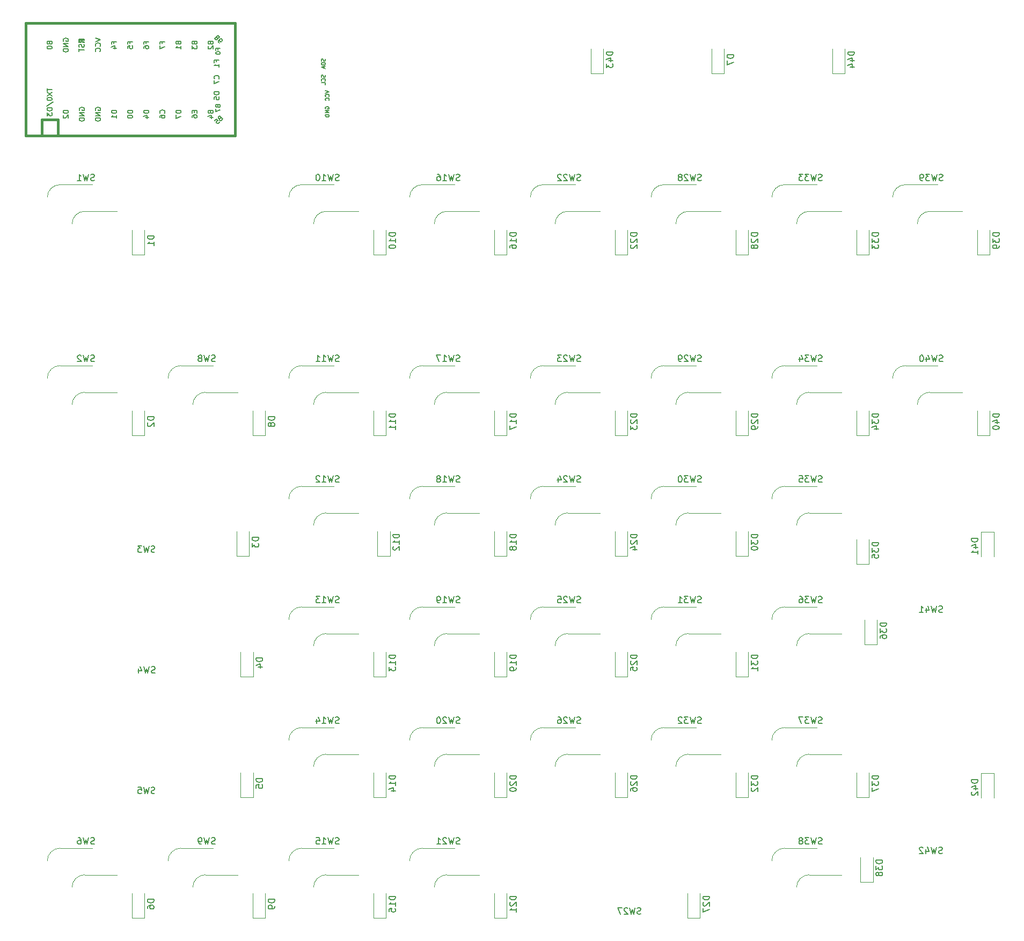
<source format=gbr>
%TF.GenerationSoftware,KiCad,Pcbnew,(5.1.10)-1*%
%TF.CreationDate,2021-08-17T12:27:07-04:00*%
%TF.ProjectId,macropad,6d616372-6f70-4616-942e-6b696361645f,rev?*%
%TF.SameCoordinates,Original*%
%TF.FileFunction,Legend,Bot*%
%TF.FilePolarity,Positive*%
%FSLAX46Y46*%
G04 Gerber Fmt 4.6, Leading zero omitted, Abs format (unit mm)*
G04 Created by KiCad (PCBNEW (5.1.10)-1) date 2021-08-17 12:27:07*
%MOMM*%
%LPD*%
G01*
G04 APERTURE LIST*
%ADD10C,0.150000*%
%ADD11C,0.381000*%
%ADD12C,0.120000*%
G04 APERTURE END LIST*
D10*
X86602857Y-36101428D02*
X86631428Y-36187142D01*
X86631428Y-36330000D01*
X86602857Y-36387142D01*
X86574285Y-36415714D01*
X86517142Y-36444285D01*
X86460000Y-36444285D01*
X86402857Y-36415714D01*
X86374285Y-36387142D01*
X86345714Y-36330000D01*
X86317142Y-36215714D01*
X86288571Y-36158571D01*
X86260000Y-36130000D01*
X86202857Y-36101428D01*
X86145714Y-36101428D01*
X86088571Y-36130000D01*
X86060000Y-36158571D01*
X86031428Y-36215714D01*
X86031428Y-36358571D01*
X86060000Y-36444285D01*
X86631428Y-36701428D02*
X86031428Y-36701428D01*
X86031428Y-36844285D01*
X86060000Y-36930000D01*
X86117142Y-36987142D01*
X86174285Y-37015714D01*
X86288571Y-37044285D01*
X86374285Y-37044285D01*
X86488571Y-37015714D01*
X86545714Y-36987142D01*
X86602857Y-36930000D01*
X86631428Y-36844285D01*
X86631428Y-36701428D01*
X86460000Y-37272857D02*
X86460000Y-37558571D01*
X86631428Y-37215714D02*
X86031428Y-37415714D01*
X86631428Y-37615714D01*
X86602857Y-38655714D02*
X86631428Y-38741428D01*
X86631428Y-38884285D01*
X86602857Y-38941428D01*
X86574285Y-38970000D01*
X86517142Y-38998571D01*
X86460000Y-38998571D01*
X86402857Y-38970000D01*
X86374285Y-38941428D01*
X86345714Y-38884285D01*
X86317142Y-38770000D01*
X86288571Y-38712857D01*
X86260000Y-38684285D01*
X86202857Y-38655714D01*
X86145714Y-38655714D01*
X86088571Y-38684285D01*
X86060000Y-38712857D01*
X86031428Y-38770000D01*
X86031428Y-38912857D01*
X86060000Y-38998571D01*
X86574285Y-39598571D02*
X86602857Y-39570000D01*
X86631428Y-39484285D01*
X86631428Y-39427142D01*
X86602857Y-39341428D01*
X86545714Y-39284285D01*
X86488571Y-39255714D01*
X86374285Y-39227142D01*
X86288571Y-39227142D01*
X86174285Y-39255714D01*
X86117142Y-39284285D01*
X86060000Y-39341428D01*
X86031428Y-39427142D01*
X86031428Y-39484285D01*
X86060000Y-39570000D01*
X86088571Y-39598571D01*
X86631428Y-40141428D02*
X86631428Y-39855714D01*
X86031428Y-39855714D01*
X86666428Y-41110000D02*
X87266428Y-41310000D01*
X86666428Y-41510000D01*
X87209285Y-42052857D02*
X87237857Y-42024285D01*
X87266428Y-41938571D01*
X87266428Y-41881428D01*
X87237857Y-41795714D01*
X87180714Y-41738571D01*
X87123571Y-41710000D01*
X87009285Y-41681428D01*
X86923571Y-41681428D01*
X86809285Y-41710000D01*
X86752142Y-41738571D01*
X86695000Y-41795714D01*
X86666428Y-41881428D01*
X86666428Y-41938571D01*
X86695000Y-42024285D01*
X86723571Y-42052857D01*
X87209285Y-42652857D02*
X87237857Y-42624285D01*
X87266428Y-42538571D01*
X87266428Y-42481428D01*
X87237857Y-42395714D01*
X87180714Y-42338571D01*
X87123571Y-42310000D01*
X87009285Y-42281428D01*
X86923571Y-42281428D01*
X86809285Y-42310000D01*
X86752142Y-42338571D01*
X86695000Y-42395714D01*
X86666428Y-42481428D01*
X86666428Y-42538571D01*
X86695000Y-42624285D01*
X86723571Y-42652857D01*
X86695000Y-43992857D02*
X86666428Y-43935714D01*
X86666428Y-43850000D01*
X86695000Y-43764285D01*
X86752142Y-43707142D01*
X86809285Y-43678571D01*
X86923571Y-43650000D01*
X87009285Y-43650000D01*
X87123571Y-43678571D01*
X87180714Y-43707142D01*
X87237857Y-43764285D01*
X87266428Y-43850000D01*
X87266428Y-43907142D01*
X87237857Y-43992857D01*
X87209285Y-44021428D01*
X87009285Y-44021428D01*
X87009285Y-43907142D01*
X87266428Y-44278571D02*
X86666428Y-44278571D01*
X87266428Y-44621428D01*
X86666428Y-44621428D01*
X87266428Y-44907142D02*
X86666428Y-44907142D01*
X86666428Y-45050000D01*
X86695000Y-45135714D01*
X86752142Y-45192857D01*
X86809285Y-45221428D01*
X86923571Y-45250000D01*
X87009285Y-45250000D01*
X87123571Y-45221428D01*
X87180714Y-45192857D01*
X87237857Y-45135714D01*
X87266428Y-45050000D01*
X87266428Y-44907142D01*
D11*
%TO.C,U1*%
X44450000Y-45720000D02*
X44450000Y-48260000D01*
X41910000Y-45720000D02*
X44450000Y-45720000D01*
D10*
G36*
X48199030Y-33325365D02*
G01*
X48299030Y-33325365D01*
X48299030Y-33225365D01*
X48199030Y-33225365D01*
X48199030Y-33325365D01*
G37*
X48199030Y-33325365D02*
X48299030Y-33325365D01*
X48299030Y-33225365D01*
X48199030Y-33225365D01*
X48199030Y-33325365D01*
G36*
X47799030Y-33125365D02*
G01*
X48599030Y-33125365D01*
X48599030Y-33025365D01*
X47799030Y-33025365D01*
X47799030Y-33125365D01*
G37*
X47799030Y-33125365D02*
X48599030Y-33125365D01*
X48599030Y-33025365D01*
X47799030Y-33025365D01*
X47799030Y-33125365D01*
G36*
X48399030Y-33525365D02*
G01*
X48599030Y-33525365D01*
X48599030Y-33425365D01*
X48399030Y-33425365D01*
X48399030Y-33525365D01*
G37*
X48399030Y-33525365D02*
X48599030Y-33525365D01*
X48599030Y-33425365D01*
X48399030Y-33425365D01*
X48399030Y-33525365D01*
G36*
X47799030Y-33525365D02*
G01*
X48099030Y-33525365D01*
X48099030Y-33425365D01*
X47799030Y-33425365D01*
X47799030Y-33525365D01*
G37*
X47799030Y-33525365D02*
X48099030Y-33525365D01*
X48099030Y-33425365D01*
X47799030Y-33425365D01*
X47799030Y-33525365D01*
G36*
X47799030Y-33525365D02*
G01*
X47899030Y-33525365D01*
X47899030Y-33025365D01*
X47799030Y-33025365D01*
X47799030Y-33525365D01*
G37*
X47799030Y-33525365D02*
X47899030Y-33525365D01*
X47899030Y-33025365D01*
X47799030Y-33025365D01*
X47799030Y-33525365D01*
D11*
X72390000Y-30480000D02*
X39370000Y-30480000D01*
X72390000Y-48260000D02*
X72390000Y-30480000D01*
X39370000Y-48260000D02*
X72390000Y-48260000D01*
X39370000Y-30480000D02*
X39370000Y-48260000D01*
X41910000Y-45720000D02*
X41910000Y-48260000D01*
D12*
%TO.C,SW10*%
X82895000Y-55965000D02*
X87995000Y-55965000D01*
X86795000Y-60165000D02*
X91895000Y-60165000D01*
X80895000Y-57965000D02*
G75*
G02*
X82895000Y-55965000I2000000J0D01*
G01*
X84795000Y-62165000D02*
G75*
G02*
X86795000Y-60165000I2000000J0D01*
G01*
%TO.C,D44*%
X168640000Y-38445000D02*
X168640000Y-34545000D01*
X166640000Y-38445000D02*
X166640000Y-34545000D01*
X168640000Y-38445000D02*
X166640000Y-38445000D01*
%TO.C,D43*%
X130540000Y-38445000D02*
X130540000Y-34545000D01*
X128540000Y-38445000D02*
X128540000Y-34545000D01*
X130540000Y-38445000D02*
X128540000Y-38445000D01*
%TO.C,D7*%
X149590000Y-38445000D02*
X149590000Y-34545000D01*
X147590000Y-38445000D02*
X147590000Y-34545000D01*
X149590000Y-38445000D02*
X147590000Y-38445000D01*
%TO.C,D6*%
X58150000Y-171795000D02*
X58150000Y-167895000D01*
X56150000Y-171795000D02*
X56150000Y-167895000D01*
X58150000Y-171795000D02*
X56150000Y-171795000D01*
%TO.C,SW40*%
X182045000Y-88740000D02*
X187145000Y-88740000D01*
X178145000Y-84540000D02*
X183245000Y-84540000D01*
X180045000Y-90740000D02*
G75*
G02*
X182045000Y-88740000I2000000J0D01*
G01*
X176145000Y-86540000D02*
G75*
G02*
X178145000Y-84540000I2000000J0D01*
G01*
%TO.C,SW39*%
X178145000Y-55965000D02*
X183245000Y-55965000D01*
X182045000Y-60165000D02*
X187145000Y-60165000D01*
X176145000Y-57965000D02*
G75*
G02*
X178145000Y-55965000I2000000J0D01*
G01*
X180045000Y-62165000D02*
G75*
G02*
X182045000Y-60165000I2000000J0D01*
G01*
%TO.C,SW38*%
X162995000Y-164940000D02*
X168095000Y-164940000D01*
X159095000Y-160740000D02*
X164195000Y-160740000D01*
X160995000Y-166940000D02*
G75*
G02*
X162995000Y-164940000I2000000J0D01*
G01*
X157095000Y-162740000D02*
G75*
G02*
X159095000Y-160740000I2000000J0D01*
G01*
%TO.C,SW37*%
X162995000Y-145890000D02*
X168095000Y-145890000D01*
X159095000Y-141690000D02*
X164195000Y-141690000D01*
X160995000Y-147890000D02*
G75*
G02*
X162995000Y-145890000I2000000J0D01*
G01*
X157095000Y-143690000D02*
G75*
G02*
X159095000Y-141690000I2000000J0D01*
G01*
%TO.C,SW36*%
X162995000Y-126840000D02*
X168095000Y-126840000D01*
X159095000Y-122640000D02*
X164195000Y-122640000D01*
X160995000Y-128840000D02*
G75*
G02*
X162995000Y-126840000I2000000J0D01*
G01*
X157095000Y-124640000D02*
G75*
G02*
X159095000Y-122640000I2000000J0D01*
G01*
%TO.C,SW35*%
X162995000Y-107790000D02*
X168095000Y-107790000D01*
X159095000Y-103590000D02*
X164195000Y-103590000D01*
X160995000Y-109790000D02*
G75*
G02*
X162995000Y-107790000I2000000J0D01*
G01*
X157095000Y-105590000D02*
G75*
G02*
X159095000Y-103590000I2000000J0D01*
G01*
%TO.C,SW34*%
X162995000Y-88740000D02*
X168095000Y-88740000D01*
X159095000Y-84540000D02*
X164195000Y-84540000D01*
X160995000Y-90740000D02*
G75*
G02*
X162995000Y-88740000I2000000J0D01*
G01*
X157095000Y-86540000D02*
G75*
G02*
X159095000Y-84540000I2000000J0D01*
G01*
%TO.C,SW33*%
X159095000Y-55965000D02*
X164195000Y-55965000D01*
X162995000Y-60165000D02*
X168095000Y-60165000D01*
X157095000Y-57965000D02*
G75*
G02*
X159095000Y-55965000I2000000J0D01*
G01*
X160995000Y-62165000D02*
G75*
G02*
X162995000Y-60165000I2000000J0D01*
G01*
%TO.C,SW32*%
X143945000Y-145890000D02*
X149045000Y-145890000D01*
X140045000Y-141690000D02*
X145145000Y-141690000D01*
X141945000Y-147890000D02*
G75*
G02*
X143945000Y-145890000I2000000J0D01*
G01*
X138045000Y-143690000D02*
G75*
G02*
X140045000Y-141690000I2000000J0D01*
G01*
%TO.C,SW31*%
X143945000Y-126840000D02*
X149045000Y-126840000D01*
X140045000Y-122640000D02*
X145145000Y-122640000D01*
X141945000Y-128840000D02*
G75*
G02*
X143945000Y-126840000I2000000J0D01*
G01*
X138045000Y-124640000D02*
G75*
G02*
X140045000Y-122640000I2000000J0D01*
G01*
%TO.C,SW30*%
X143945000Y-107790000D02*
X149045000Y-107790000D01*
X140045000Y-103590000D02*
X145145000Y-103590000D01*
X141945000Y-109790000D02*
G75*
G02*
X143945000Y-107790000I2000000J0D01*
G01*
X138045000Y-105590000D02*
G75*
G02*
X140045000Y-103590000I2000000J0D01*
G01*
%TO.C,SW29*%
X143945000Y-88740000D02*
X149045000Y-88740000D01*
X140045000Y-84540000D02*
X145145000Y-84540000D01*
X141945000Y-90740000D02*
G75*
G02*
X143945000Y-88740000I2000000J0D01*
G01*
X138045000Y-86540000D02*
G75*
G02*
X140045000Y-84540000I2000000J0D01*
G01*
%TO.C,SW28*%
X140045000Y-55965000D02*
X145145000Y-55965000D01*
X143945000Y-60165000D02*
X149045000Y-60165000D01*
X138045000Y-57965000D02*
G75*
G02*
X140045000Y-55965000I2000000J0D01*
G01*
X141945000Y-62165000D02*
G75*
G02*
X143945000Y-60165000I2000000J0D01*
G01*
%TO.C,SW26*%
X124895000Y-145890000D02*
X129995000Y-145890000D01*
X120995000Y-141690000D02*
X126095000Y-141690000D01*
X122895000Y-147890000D02*
G75*
G02*
X124895000Y-145890000I2000000J0D01*
G01*
X118995000Y-143690000D02*
G75*
G02*
X120995000Y-141690000I2000000J0D01*
G01*
%TO.C,SW25*%
X124895000Y-126840000D02*
X129995000Y-126840000D01*
X120995000Y-122640000D02*
X126095000Y-122640000D01*
X122895000Y-128840000D02*
G75*
G02*
X124895000Y-126840000I2000000J0D01*
G01*
X118995000Y-124640000D02*
G75*
G02*
X120995000Y-122640000I2000000J0D01*
G01*
%TO.C,SW24*%
X124895000Y-107790000D02*
X129995000Y-107790000D01*
X120995000Y-103590000D02*
X126095000Y-103590000D01*
X122895000Y-109790000D02*
G75*
G02*
X124895000Y-107790000I2000000J0D01*
G01*
X118995000Y-105590000D02*
G75*
G02*
X120995000Y-103590000I2000000J0D01*
G01*
%TO.C,SW23*%
X124895000Y-88740000D02*
X129995000Y-88740000D01*
X120995000Y-84540000D02*
X126095000Y-84540000D01*
X122895000Y-90740000D02*
G75*
G02*
X124895000Y-88740000I2000000J0D01*
G01*
X118995000Y-86540000D02*
G75*
G02*
X120995000Y-84540000I2000000J0D01*
G01*
%TO.C,SW22*%
X120995000Y-55965000D02*
X126095000Y-55965000D01*
X124895000Y-60165000D02*
X129995000Y-60165000D01*
X118995000Y-57965000D02*
G75*
G02*
X120995000Y-55965000I2000000J0D01*
G01*
X122895000Y-62165000D02*
G75*
G02*
X124895000Y-60165000I2000000J0D01*
G01*
%TO.C,SW21*%
X105845000Y-164940000D02*
X110945000Y-164940000D01*
X101945000Y-160740000D02*
X107045000Y-160740000D01*
X103845000Y-166940000D02*
G75*
G02*
X105845000Y-164940000I2000000J0D01*
G01*
X99945000Y-162740000D02*
G75*
G02*
X101945000Y-160740000I2000000J0D01*
G01*
%TO.C,SW20*%
X105845000Y-145890000D02*
X110945000Y-145890000D01*
X101945000Y-141690000D02*
X107045000Y-141690000D01*
X103845000Y-147890000D02*
G75*
G02*
X105845000Y-145890000I2000000J0D01*
G01*
X99945000Y-143690000D02*
G75*
G02*
X101945000Y-141690000I2000000J0D01*
G01*
%TO.C,SW19*%
X105845000Y-126840000D02*
X110945000Y-126840000D01*
X101945000Y-122640000D02*
X107045000Y-122640000D01*
X103845000Y-128840000D02*
G75*
G02*
X105845000Y-126840000I2000000J0D01*
G01*
X99945000Y-124640000D02*
G75*
G02*
X101945000Y-122640000I2000000J0D01*
G01*
%TO.C,SW18*%
X105845000Y-107790000D02*
X110945000Y-107790000D01*
X101945000Y-103590000D02*
X107045000Y-103590000D01*
X103845000Y-109790000D02*
G75*
G02*
X105845000Y-107790000I2000000J0D01*
G01*
X99945000Y-105590000D02*
G75*
G02*
X101945000Y-103590000I2000000J0D01*
G01*
%TO.C,SW17*%
X105845000Y-88740000D02*
X110945000Y-88740000D01*
X101945000Y-84540000D02*
X107045000Y-84540000D01*
X103845000Y-90740000D02*
G75*
G02*
X105845000Y-88740000I2000000J0D01*
G01*
X99945000Y-86540000D02*
G75*
G02*
X101945000Y-84540000I2000000J0D01*
G01*
%TO.C,SW16*%
X101945000Y-55965000D02*
X107045000Y-55965000D01*
X105845000Y-60165000D02*
X110945000Y-60165000D01*
X99945000Y-57965000D02*
G75*
G02*
X101945000Y-55965000I2000000J0D01*
G01*
X103845000Y-62165000D02*
G75*
G02*
X105845000Y-60165000I2000000J0D01*
G01*
%TO.C,SW15*%
X86795000Y-164940000D02*
X91895000Y-164940000D01*
X82895000Y-160740000D02*
X87995000Y-160740000D01*
X84795000Y-166940000D02*
G75*
G02*
X86795000Y-164940000I2000000J0D01*
G01*
X80895000Y-162740000D02*
G75*
G02*
X82895000Y-160740000I2000000J0D01*
G01*
%TO.C,SW14*%
X86795000Y-145890000D02*
X91895000Y-145890000D01*
X82895000Y-141690000D02*
X87995000Y-141690000D01*
X84795000Y-147890000D02*
G75*
G02*
X86795000Y-145890000I2000000J0D01*
G01*
X80895000Y-143690000D02*
G75*
G02*
X82895000Y-141690000I2000000J0D01*
G01*
%TO.C,SW13*%
X86795000Y-126840000D02*
X91895000Y-126840000D01*
X82895000Y-122640000D02*
X87995000Y-122640000D01*
X84795000Y-128840000D02*
G75*
G02*
X86795000Y-126840000I2000000J0D01*
G01*
X80895000Y-124640000D02*
G75*
G02*
X82895000Y-122640000I2000000J0D01*
G01*
%TO.C,SW12*%
X86795000Y-107790000D02*
X91895000Y-107790000D01*
X82895000Y-103590000D02*
X87995000Y-103590000D01*
X84795000Y-109790000D02*
G75*
G02*
X86795000Y-107790000I2000000J0D01*
G01*
X80895000Y-105590000D02*
G75*
G02*
X82895000Y-103590000I2000000J0D01*
G01*
%TO.C,SW11*%
X86795000Y-88740000D02*
X91895000Y-88740000D01*
X82895000Y-84540000D02*
X87995000Y-84540000D01*
X84795000Y-90740000D02*
G75*
G02*
X86795000Y-88740000I2000000J0D01*
G01*
X80895000Y-86540000D02*
G75*
G02*
X82895000Y-84540000I2000000J0D01*
G01*
%TO.C,SW9*%
X67745000Y-164940000D02*
X72845000Y-164940000D01*
X63845000Y-160740000D02*
X68945000Y-160740000D01*
X65745000Y-166940000D02*
G75*
G02*
X67745000Y-164940000I2000000J0D01*
G01*
X61845000Y-162740000D02*
G75*
G02*
X63845000Y-160740000I2000000J0D01*
G01*
%TO.C,SW8*%
X67745000Y-88740000D02*
X72845000Y-88740000D01*
X63845000Y-84540000D02*
X68945000Y-84540000D01*
X65745000Y-90740000D02*
G75*
G02*
X67745000Y-88740000I2000000J0D01*
G01*
X61845000Y-86540000D02*
G75*
G02*
X63845000Y-84540000I2000000J0D01*
G01*
%TO.C,SW6*%
X48695000Y-164940000D02*
X53795000Y-164940000D01*
X44795000Y-160740000D02*
X49895000Y-160740000D01*
X46695000Y-166940000D02*
G75*
G02*
X48695000Y-164940000I2000000J0D01*
G01*
X42795000Y-162740000D02*
G75*
G02*
X44795000Y-160740000I2000000J0D01*
G01*
%TO.C,SW2*%
X48695000Y-88740000D02*
X53795000Y-88740000D01*
X44795000Y-84540000D02*
X49895000Y-84540000D01*
X46695000Y-90740000D02*
G75*
G02*
X48695000Y-88740000I2000000J0D01*
G01*
X42795000Y-86540000D02*
G75*
G02*
X44795000Y-84540000I2000000J0D01*
G01*
%TO.C,SW1*%
X44795000Y-55965000D02*
X49895000Y-55965000D01*
X48695000Y-60165000D02*
X53795000Y-60165000D01*
X42795000Y-57965000D02*
G75*
G02*
X44795000Y-55965000I2000000J0D01*
G01*
X46695000Y-62165000D02*
G75*
G02*
X48695000Y-60165000I2000000J0D01*
G01*
%TO.C,D42*%
X190135000Y-148880000D02*
X190135000Y-152780000D01*
X192135000Y-148880000D02*
X192135000Y-152780000D01*
X190135000Y-148880000D02*
X192135000Y-148880000D01*
%TO.C,D41*%
X190135000Y-110780000D02*
X190135000Y-114680000D01*
X192135000Y-110780000D02*
X192135000Y-114680000D01*
X190135000Y-110780000D02*
X192135000Y-110780000D01*
%TO.C,D40*%
X191500000Y-95595000D02*
X191500000Y-91695000D01*
X189500000Y-95595000D02*
X189500000Y-91695000D01*
X191500000Y-95595000D02*
X189500000Y-95595000D01*
%TO.C,D39*%
X191500000Y-67020000D02*
X189500000Y-67020000D01*
X189500000Y-67020000D02*
X189500000Y-63120000D01*
X191500000Y-67020000D02*
X191500000Y-63120000D01*
%TO.C,D38*%
X173085000Y-166080000D02*
X173085000Y-162180000D01*
X171085000Y-166080000D02*
X171085000Y-162180000D01*
X173085000Y-166080000D02*
X171085000Y-166080000D01*
%TO.C,D37*%
X172450000Y-152745000D02*
X172450000Y-148845000D01*
X170450000Y-152745000D02*
X170450000Y-148845000D01*
X172450000Y-152745000D02*
X170450000Y-152745000D01*
%TO.C,D36*%
X173720000Y-128615000D02*
X173720000Y-124715000D01*
X171720000Y-128615000D02*
X171720000Y-124715000D01*
X173720000Y-128615000D02*
X171720000Y-128615000D01*
%TO.C,D35*%
X172450000Y-115915000D02*
X172450000Y-112015000D01*
X170450000Y-115915000D02*
X170450000Y-112015000D01*
X172450000Y-115915000D02*
X170450000Y-115915000D01*
%TO.C,D34*%
X172450000Y-95595000D02*
X172450000Y-91695000D01*
X170450000Y-95595000D02*
X170450000Y-91695000D01*
X172450000Y-95595000D02*
X170450000Y-95595000D01*
%TO.C,D33*%
X172450000Y-67020000D02*
X170450000Y-67020000D01*
X170450000Y-67020000D02*
X170450000Y-63120000D01*
X172450000Y-67020000D02*
X172450000Y-63120000D01*
%TO.C,D32*%
X153400000Y-152745000D02*
X153400000Y-148845000D01*
X151400000Y-152745000D02*
X151400000Y-148845000D01*
X153400000Y-152745000D02*
X151400000Y-152745000D01*
%TO.C,D31*%
X153400000Y-133695000D02*
X153400000Y-129795000D01*
X151400000Y-133695000D02*
X151400000Y-129795000D01*
X153400000Y-133695000D02*
X151400000Y-133695000D01*
%TO.C,D30*%
X153400000Y-114645000D02*
X153400000Y-110745000D01*
X151400000Y-114645000D02*
X151400000Y-110745000D01*
X153400000Y-114645000D02*
X151400000Y-114645000D01*
%TO.C,D29*%
X153400000Y-95595000D02*
X153400000Y-91695000D01*
X151400000Y-95595000D02*
X151400000Y-91695000D01*
X153400000Y-95595000D02*
X151400000Y-95595000D01*
%TO.C,D28*%
X153400000Y-67020000D02*
X151400000Y-67020000D01*
X151400000Y-67020000D02*
X151400000Y-63120000D01*
X153400000Y-67020000D02*
X153400000Y-63120000D01*
%TO.C,D27*%
X145780000Y-171795000D02*
X145780000Y-167895000D01*
X143780000Y-171795000D02*
X143780000Y-167895000D01*
X145780000Y-171795000D02*
X143780000Y-171795000D01*
%TO.C,D26*%
X134350000Y-152745000D02*
X134350000Y-148845000D01*
X132350000Y-152745000D02*
X132350000Y-148845000D01*
X134350000Y-152745000D02*
X132350000Y-152745000D01*
%TO.C,D25*%
X134350000Y-133695000D02*
X134350000Y-129795000D01*
X132350000Y-133695000D02*
X132350000Y-129795000D01*
X134350000Y-133695000D02*
X132350000Y-133695000D01*
%TO.C,D24*%
X134350000Y-114645000D02*
X134350000Y-110745000D01*
X132350000Y-114645000D02*
X132350000Y-110745000D01*
X134350000Y-114645000D02*
X132350000Y-114645000D01*
%TO.C,D23*%
X134350000Y-95595000D02*
X134350000Y-91695000D01*
X132350000Y-95595000D02*
X132350000Y-91695000D01*
X134350000Y-95595000D02*
X132350000Y-95595000D01*
%TO.C,D22*%
X134350000Y-67020000D02*
X132350000Y-67020000D01*
X132350000Y-67020000D02*
X132350000Y-63120000D01*
X134350000Y-67020000D02*
X134350000Y-63120000D01*
%TO.C,D21*%
X115300000Y-171795000D02*
X115300000Y-167895000D01*
X113300000Y-171795000D02*
X113300000Y-167895000D01*
X115300000Y-171795000D02*
X113300000Y-171795000D01*
%TO.C,D20*%
X115300000Y-152745000D02*
X115300000Y-148845000D01*
X113300000Y-152745000D02*
X113300000Y-148845000D01*
X115300000Y-152745000D02*
X113300000Y-152745000D01*
%TO.C,D19*%
X115300000Y-133695000D02*
X115300000Y-129795000D01*
X113300000Y-133695000D02*
X113300000Y-129795000D01*
X115300000Y-133695000D02*
X113300000Y-133695000D01*
%TO.C,D18*%
X115300000Y-114645000D02*
X115300000Y-110745000D01*
X113300000Y-114645000D02*
X113300000Y-110745000D01*
X115300000Y-114645000D02*
X113300000Y-114645000D01*
%TO.C,D17*%
X115300000Y-95595000D02*
X115300000Y-91695000D01*
X113300000Y-95595000D02*
X113300000Y-91695000D01*
X115300000Y-95595000D02*
X113300000Y-95595000D01*
%TO.C,D16*%
X115300000Y-67020000D02*
X113300000Y-67020000D01*
X113300000Y-67020000D02*
X113300000Y-63120000D01*
X115300000Y-67020000D02*
X115300000Y-63120000D01*
%TO.C,D15*%
X96250000Y-171795000D02*
X96250000Y-167895000D01*
X94250000Y-171795000D02*
X94250000Y-167895000D01*
X96250000Y-171795000D02*
X94250000Y-171795000D01*
%TO.C,D14*%
X96250000Y-152745000D02*
X96250000Y-148845000D01*
X94250000Y-152745000D02*
X94250000Y-148845000D01*
X96250000Y-152745000D02*
X94250000Y-152745000D01*
%TO.C,D13*%
X96250000Y-133695000D02*
X96250000Y-129795000D01*
X94250000Y-133695000D02*
X94250000Y-129795000D01*
X96250000Y-133695000D02*
X94250000Y-133695000D01*
%TO.C,D12*%
X96885000Y-114645000D02*
X96885000Y-110745000D01*
X94885000Y-114645000D02*
X94885000Y-110745000D01*
X96885000Y-114645000D02*
X94885000Y-114645000D01*
%TO.C,D11*%
X96250000Y-95595000D02*
X96250000Y-91695000D01*
X94250000Y-95595000D02*
X94250000Y-91695000D01*
X96250000Y-95595000D02*
X94250000Y-95595000D01*
%TO.C,D10*%
X96250000Y-67020000D02*
X94250000Y-67020000D01*
X94250000Y-67020000D02*
X94250000Y-63120000D01*
X96250000Y-67020000D02*
X96250000Y-63120000D01*
%TO.C,D9*%
X77200000Y-171795000D02*
X77200000Y-167895000D01*
X75200000Y-171795000D02*
X75200000Y-167895000D01*
X77200000Y-171795000D02*
X75200000Y-171795000D01*
%TO.C,D8*%
X77200000Y-95595000D02*
X77200000Y-91695000D01*
X75200000Y-95595000D02*
X75200000Y-91695000D01*
X77200000Y-95595000D02*
X75200000Y-95595000D01*
%TO.C,D5*%
X75295000Y-152745000D02*
X75295000Y-148845000D01*
X73295000Y-152745000D02*
X73295000Y-148845000D01*
X75295000Y-152745000D02*
X73295000Y-152745000D01*
%TO.C,D4*%
X75295000Y-133695000D02*
X75295000Y-129795000D01*
X73295000Y-133695000D02*
X73295000Y-129795000D01*
X75295000Y-133695000D02*
X73295000Y-133695000D01*
%TO.C,D3*%
X74660000Y-114645000D02*
X74660000Y-110745000D01*
X72660000Y-114645000D02*
X72660000Y-110745000D01*
X74660000Y-114645000D02*
X72660000Y-114645000D01*
%TO.C,D2*%
X58150000Y-95595000D02*
X58150000Y-91695000D01*
X56150000Y-95595000D02*
X56150000Y-91695000D01*
X58150000Y-95595000D02*
X56150000Y-95595000D01*
%TO.C,D1*%
X58150000Y-67020000D02*
X56150000Y-67020000D01*
X56150000Y-67020000D02*
X56150000Y-63120000D01*
X58150000Y-67020000D02*
X58150000Y-63120000D01*
%TO.C,U1*%
D10*
X69911904Y-41319523D02*
X69111904Y-41319523D01*
X69111904Y-41510000D01*
X69150000Y-41624285D01*
X69226190Y-41700476D01*
X69302380Y-41738571D01*
X69454761Y-41776666D01*
X69569047Y-41776666D01*
X69721428Y-41738571D01*
X69797619Y-41700476D01*
X69873809Y-41624285D01*
X69911904Y-41510000D01*
X69911904Y-41319523D01*
X69111904Y-42500476D02*
X69111904Y-42119523D01*
X69492857Y-42081428D01*
X69454761Y-42119523D01*
X69416666Y-42195714D01*
X69416666Y-42386190D01*
X69454761Y-42462380D01*
X69492857Y-42500476D01*
X69569047Y-42538571D01*
X69759523Y-42538571D01*
X69835714Y-42500476D01*
X69873809Y-42462380D01*
X69911904Y-42386190D01*
X69911904Y-42195714D01*
X69873809Y-42119523D01*
X69835714Y-42081428D01*
X69492857Y-36563333D02*
X69492857Y-36296666D01*
X69911904Y-36296666D02*
X69111904Y-36296666D01*
X69111904Y-36677619D01*
X69911904Y-37401428D02*
X69911904Y-36944285D01*
X69911904Y-37172857D02*
X69111904Y-37172857D01*
X69226190Y-37096666D01*
X69302380Y-37020476D01*
X69340476Y-36944285D01*
X69835714Y-39236666D02*
X69873809Y-39198571D01*
X69911904Y-39084285D01*
X69911904Y-39008095D01*
X69873809Y-38893809D01*
X69797619Y-38817619D01*
X69721428Y-38779523D01*
X69569047Y-38741428D01*
X69454761Y-38741428D01*
X69302380Y-38779523D01*
X69226190Y-38817619D01*
X69150000Y-38893809D01*
X69111904Y-39008095D01*
X69111904Y-39084285D01*
X69150000Y-39198571D01*
X69188095Y-39236666D01*
X69111904Y-39503333D02*
X69111904Y-40036666D01*
X69911904Y-39693809D01*
X69614297Y-32805008D02*
X69708578Y-32852148D01*
X69755719Y-32852148D01*
X69826429Y-32828578D01*
X69897140Y-32757867D01*
X69920710Y-32687157D01*
X69920710Y-32640016D01*
X69897140Y-32569306D01*
X69708578Y-32380744D01*
X69213603Y-32875719D01*
X69378595Y-33040710D01*
X69449306Y-33064280D01*
X69496446Y-33064280D01*
X69567157Y-33040710D01*
X69614297Y-32993570D01*
X69637867Y-32922859D01*
X69637867Y-32875719D01*
X69614297Y-32805008D01*
X69449306Y-32640016D01*
X69920710Y-33582825D02*
X69826429Y-33488544D01*
X69802859Y-33417834D01*
X69802859Y-33370693D01*
X69826429Y-33252842D01*
X69897140Y-33134991D01*
X70085702Y-32946429D01*
X70156412Y-32922859D01*
X70203553Y-32922859D01*
X70274264Y-32946429D01*
X70368544Y-33040710D01*
X70392115Y-33111421D01*
X70392115Y-33158561D01*
X70368544Y-33229272D01*
X70250693Y-33347123D01*
X70179983Y-33370693D01*
X70132842Y-33370693D01*
X70062132Y-33347123D01*
X69967851Y-33252842D01*
X69944280Y-33182132D01*
X69944280Y-33134991D01*
X69967851Y-33064280D01*
X69700000Y-34636666D02*
X69700000Y-34403333D01*
X70066666Y-34403333D02*
X69366666Y-34403333D01*
X69366666Y-34736666D01*
X69366666Y-35136666D02*
X69366666Y-35203333D01*
X69400000Y-35270000D01*
X69433333Y-35303333D01*
X69500000Y-35336666D01*
X69633333Y-35370000D01*
X69800000Y-35370000D01*
X69933333Y-35336666D01*
X70000000Y-35303333D01*
X70033333Y-35270000D01*
X70066666Y-35203333D01*
X70066666Y-35136666D01*
X70033333Y-35070000D01*
X70000000Y-35036666D01*
X69933333Y-35003333D01*
X69800000Y-34970000D01*
X69633333Y-34970000D01*
X69500000Y-35003333D01*
X69433333Y-35036666D01*
X69400000Y-35070000D01*
X69366666Y-35136666D01*
X69700000Y-43586666D02*
X69733333Y-43686666D01*
X69766666Y-43720000D01*
X69833333Y-43753333D01*
X69933333Y-43753333D01*
X70000000Y-43720000D01*
X70033333Y-43686666D01*
X70066666Y-43620000D01*
X70066666Y-43353333D01*
X69366666Y-43353333D01*
X69366666Y-43586666D01*
X69400000Y-43653333D01*
X69433333Y-43686666D01*
X69500000Y-43720000D01*
X69566666Y-43720000D01*
X69633333Y-43686666D01*
X69666666Y-43653333D01*
X69700000Y-43586666D01*
X69700000Y-43353333D01*
X69366666Y-43986666D02*
X69366666Y-44453333D01*
X70066666Y-44153333D01*
X48563809Y-33796666D02*
X48601904Y-33910952D01*
X48601904Y-34101428D01*
X48563809Y-34177619D01*
X48525714Y-34215714D01*
X48449523Y-34253809D01*
X48373333Y-34253809D01*
X48297142Y-34215714D01*
X48259047Y-34177619D01*
X48220952Y-34101428D01*
X48182857Y-33949047D01*
X48144761Y-33872857D01*
X48106666Y-33834761D01*
X48030476Y-33796666D01*
X47954285Y-33796666D01*
X47878095Y-33834761D01*
X47840000Y-33872857D01*
X47801904Y-33949047D01*
X47801904Y-34139523D01*
X47840000Y-34253809D01*
X47801904Y-34482380D02*
X47801904Y-34939523D01*
X48601904Y-34710952D02*
X47801904Y-34710952D01*
X42741904Y-40751395D02*
X42741904Y-41208538D01*
X43541904Y-40979967D02*
X42741904Y-40979967D01*
X42741904Y-41399014D02*
X43541904Y-41932348D01*
X42741904Y-41932348D02*
X43541904Y-41399014D01*
X42741904Y-42389491D02*
X42741904Y-42465681D01*
X42780000Y-42541872D01*
X42818095Y-42579967D01*
X42894285Y-42618062D01*
X43046666Y-42656157D01*
X43237142Y-42656157D01*
X43389523Y-42618062D01*
X43465714Y-42579967D01*
X43503809Y-42541872D01*
X43541904Y-42465681D01*
X43541904Y-42389491D01*
X43503809Y-42313300D01*
X43465714Y-42275205D01*
X43389523Y-42237110D01*
X43237142Y-42199014D01*
X43046666Y-42199014D01*
X42894285Y-42237110D01*
X42818095Y-42275205D01*
X42780000Y-42313300D01*
X42741904Y-42389491D01*
X42703809Y-43570443D02*
X43732380Y-42884729D01*
X43541904Y-43837110D02*
X42741904Y-43837110D01*
X42741904Y-44027586D01*
X42780000Y-44141872D01*
X42856190Y-44218062D01*
X42932380Y-44256157D01*
X43084761Y-44294252D01*
X43199047Y-44294252D01*
X43351428Y-44256157D01*
X43427619Y-44218062D01*
X43503809Y-44141872D01*
X43541904Y-44027586D01*
X43541904Y-43837110D01*
X42741904Y-44560919D02*
X42741904Y-45056157D01*
X43046666Y-44789491D01*
X43046666Y-44903776D01*
X43084761Y-44979967D01*
X43122857Y-45018062D01*
X43199047Y-45056157D01*
X43389523Y-45056157D01*
X43465714Y-45018062D01*
X43503809Y-44979967D01*
X43541904Y-44903776D01*
X43541904Y-44675205D01*
X43503809Y-44599014D01*
X43465714Y-44560919D01*
X68522857Y-33585190D02*
X68560952Y-33699476D01*
X68599047Y-33737571D01*
X68675238Y-33775666D01*
X68789523Y-33775666D01*
X68865714Y-33737571D01*
X68903809Y-33699476D01*
X68941904Y-33623285D01*
X68941904Y-33318523D01*
X68141904Y-33318523D01*
X68141904Y-33585190D01*
X68180000Y-33661380D01*
X68218095Y-33699476D01*
X68294285Y-33737571D01*
X68370476Y-33737571D01*
X68446666Y-33699476D01*
X68484761Y-33661380D01*
X68522857Y-33585190D01*
X68522857Y-33318523D01*
X68218095Y-34080428D02*
X68180000Y-34118523D01*
X68141904Y-34194714D01*
X68141904Y-34385190D01*
X68180000Y-34461380D01*
X68218095Y-34499476D01*
X68294285Y-34537571D01*
X68370476Y-34537571D01*
X68484761Y-34499476D01*
X68941904Y-34042333D01*
X68941904Y-34537571D01*
X60902857Y-33642333D02*
X60902857Y-33375666D01*
X61321904Y-33375666D02*
X60521904Y-33375666D01*
X60521904Y-33756619D01*
X60521904Y-33985190D02*
X60521904Y-34518523D01*
X61321904Y-34175666D01*
X58362857Y-33642333D02*
X58362857Y-33375666D01*
X58781904Y-33375666D02*
X57981904Y-33375666D01*
X57981904Y-33756619D01*
X57981904Y-34404238D02*
X57981904Y-34251857D01*
X58020000Y-34175666D01*
X58058095Y-34137571D01*
X58172380Y-34061380D01*
X58324761Y-34023285D01*
X58629523Y-34023285D01*
X58705714Y-34061380D01*
X58743809Y-34099476D01*
X58781904Y-34175666D01*
X58781904Y-34328047D01*
X58743809Y-34404238D01*
X58705714Y-34442333D01*
X58629523Y-34480428D01*
X58439047Y-34480428D01*
X58362857Y-34442333D01*
X58324761Y-34404238D01*
X58286666Y-34328047D01*
X58286666Y-34175666D01*
X58324761Y-34099476D01*
X58362857Y-34061380D01*
X58439047Y-34023285D01*
X55822857Y-33642333D02*
X55822857Y-33375666D01*
X56241904Y-33375666D02*
X55441904Y-33375666D01*
X55441904Y-33756619D01*
X55441904Y-34442333D02*
X55441904Y-34061380D01*
X55822857Y-34023285D01*
X55784761Y-34061380D01*
X55746666Y-34137571D01*
X55746666Y-34328047D01*
X55784761Y-34404238D01*
X55822857Y-34442333D01*
X55899047Y-34480428D01*
X56089523Y-34480428D01*
X56165714Y-34442333D01*
X56203809Y-34404238D01*
X56241904Y-34328047D01*
X56241904Y-34137571D01*
X56203809Y-34061380D01*
X56165714Y-34023285D01*
X43122857Y-33585190D02*
X43160952Y-33699476D01*
X43199047Y-33737571D01*
X43275238Y-33775666D01*
X43389523Y-33775666D01*
X43465714Y-33737571D01*
X43503809Y-33699476D01*
X43541904Y-33623285D01*
X43541904Y-33318523D01*
X42741904Y-33318523D01*
X42741904Y-33585190D01*
X42780000Y-33661380D01*
X42818095Y-33699476D01*
X42894285Y-33737571D01*
X42970476Y-33737571D01*
X43046666Y-33699476D01*
X43084761Y-33661380D01*
X43122857Y-33585190D01*
X43122857Y-33318523D01*
X42741904Y-34270904D02*
X42741904Y-34347095D01*
X42780000Y-34423285D01*
X42818095Y-34461380D01*
X42894285Y-34499476D01*
X43046666Y-34537571D01*
X43237142Y-34537571D01*
X43389523Y-34499476D01*
X43465714Y-34461380D01*
X43503809Y-34423285D01*
X43541904Y-34347095D01*
X43541904Y-34270904D01*
X43503809Y-34194714D01*
X43465714Y-34156619D01*
X43389523Y-34118523D01*
X43237142Y-34080428D01*
X43046666Y-34080428D01*
X42894285Y-34118523D01*
X42818095Y-34156619D01*
X42780000Y-34194714D01*
X42741904Y-34270904D01*
X45320000Y-33299476D02*
X45281904Y-33223285D01*
X45281904Y-33109000D01*
X45320000Y-32994714D01*
X45396190Y-32918523D01*
X45472380Y-32880428D01*
X45624761Y-32842333D01*
X45739047Y-32842333D01*
X45891428Y-32880428D01*
X45967619Y-32918523D01*
X46043809Y-32994714D01*
X46081904Y-33109000D01*
X46081904Y-33185190D01*
X46043809Y-33299476D01*
X46005714Y-33337571D01*
X45739047Y-33337571D01*
X45739047Y-33185190D01*
X46081904Y-33680428D02*
X45281904Y-33680428D01*
X46081904Y-34137571D01*
X45281904Y-34137571D01*
X46081904Y-34518523D02*
X45281904Y-34518523D01*
X45281904Y-34709000D01*
X45320000Y-34823285D01*
X45396190Y-34899476D01*
X45472380Y-34937571D01*
X45624761Y-34975666D01*
X45739047Y-34975666D01*
X45891428Y-34937571D01*
X45967619Y-34899476D01*
X46043809Y-34823285D01*
X46081904Y-34709000D01*
X46081904Y-34518523D01*
X50361904Y-32842333D02*
X51161904Y-33109000D01*
X50361904Y-33375666D01*
X51085714Y-34099476D02*
X51123809Y-34061380D01*
X51161904Y-33947095D01*
X51161904Y-33870904D01*
X51123809Y-33756619D01*
X51047619Y-33680428D01*
X50971428Y-33642333D01*
X50819047Y-33604238D01*
X50704761Y-33604238D01*
X50552380Y-33642333D01*
X50476190Y-33680428D01*
X50400000Y-33756619D01*
X50361904Y-33870904D01*
X50361904Y-33947095D01*
X50400000Y-34061380D01*
X50438095Y-34099476D01*
X51085714Y-34899476D02*
X51123809Y-34861380D01*
X51161904Y-34747095D01*
X51161904Y-34670904D01*
X51123809Y-34556619D01*
X51047619Y-34480428D01*
X50971428Y-34442333D01*
X50819047Y-34404238D01*
X50704761Y-34404238D01*
X50552380Y-34442333D01*
X50476190Y-34480428D01*
X50400000Y-34556619D01*
X50361904Y-34670904D01*
X50361904Y-34747095D01*
X50400000Y-34861380D01*
X50438095Y-34899476D01*
X53282857Y-33642333D02*
X53282857Y-33375666D01*
X53701904Y-33375666D02*
X52901904Y-33375666D01*
X52901904Y-33756619D01*
X53168571Y-34404238D02*
X53701904Y-34404238D01*
X52863809Y-34213761D02*
X53435238Y-34023285D01*
X53435238Y-34518523D01*
X63442857Y-33585190D02*
X63480952Y-33699476D01*
X63519047Y-33737571D01*
X63595238Y-33775666D01*
X63709523Y-33775666D01*
X63785714Y-33737571D01*
X63823809Y-33699476D01*
X63861904Y-33623285D01*
X63861904Y-33318523D01*
X63061904Y-33318523D01*
X63061904Y-33585190D01*
X63100000Y-33661380D01*
X63138095Y-33699476D01*
X63214285Y-33737571D01*
X63290476Y-33737571D01*
X63366666Y-33699476D01*
X63404761Y-33661380D01*
X63442857Y-33585190D01*
X63442857Y-33318523D01*
X63861904Y-34537571D02*
X63861904Y-34080428D01*
X63861904Y-34309000D02*
X63061904Y-34309000D01*
X63176190Y-34232809D01*
X63252380Y-34156619D01*
X63290476Y-34080428D01*
X65982857Y-33585190D02*
X66020952Y-33699476D01*
X66059047Y-33737571D01*
X66135238Y-33775666D01*
X66249523Y-33775666D01*
X66325714Y-33737571D01*
X66363809Y-33699476D01*
X66401904Y-33623285D01*
X66401904Y-33318523D01*
X65601904Y-33318523D01*
X65601904Y-33585190D01*
X65640000Y-33661380D01*
X65678095Y-33699476D01*
X65754285Y-33737571D01*
X65830476Y-33737571D01*
X65906666Y-33699476D01*
X65944761Y-33661380D01*
X65982857Y-33585190D01*
X65982857Y-33318523D01*
X65601904Y-34042333D02*
X65601904Y-34537571D01*
X65906666Y-34270904D01*
X65906666Y-34385190D01*
X65944761Y-34461380D01*
X65982857Y-34499476D01*
X66059047Y-34537571D01*
X66249523Y-34537571D01*
X66325714Y-34499476D01*
X66363809Y-34461380D01*
X66401904Y-34385190D01*
X66401904Y-34156619D01*
X66363809Y-34080428D01*
X66325714Y-34042333D01*
X70014991Y-45534297D02*
X69967851Y-45628578D01*
X69967851Y-45675719D01*
X69991421Y-45746429D01*
X70062132Y-45817140D01*
X70132842Y-45840710D01*
X70179983Y-45840710D01*
X70250693Y-45817140D01*
X70439255Y-45628578D01*
X69944280Y-45133603D01*
X69779289Y-45298595D01*
X69755719Y-45369306D01*
X69755719Y-45416446D01*
X69779289Y-45487157D01*
X69826429Y-45534297D01*
X69897140Y-45557867D01*
X69944280Y-45557867D01*
X70014991Y-45534297D01*
X70179983Y-45369306D01*
X69213603Y-45864280D02*
X69449306Y-45628578D01*
X69708578Y-45840710D01*
X69661438Y-45840710D01*
X69590727Y-45864280D01*
X69472876Y-45982132D01*
X69449306Y-46052842D01*
X69449306Y-46099983D01*
X69472876Y-46170693D01*
X69590727Y-46288544D01*
X69661438Y-46312115D01*
X69708578Y-46312115D01*
X69779289Y-46288544D01*
X69897140Y-46170693D01*
X69920710Y-46099983D01*
X69920710Y-46052842D01*
X68522857Y-44507190D02*
X68560952Y-44621476D01*
X68599047Y-44659571D01*
X68675238Y-44697666D01*
X68789523Y-44697666D01*
X68865714Y-44659571D01*
X68903809Y-44621476D01*
X68941904Y-44545285D01*
X68941904Y-44240523D01*
X68141904Y-44240523D01*
X68141904Y-44507190D01*
X68180000Y-44583380D01*
X68218095Y-44621476D01*
X68294285Y-44659571D01*
X68370476Y-44659571D01*
X68446666Y-44621476D01*
X68484761Y-44583380D01*
X68522857Y-44507190D01*
X68522857Y-44240523D01*
X68408571Y-45383380D02*
X68941904Y-45383380D01*
X68103809Y-45192904D02*
X68675238Y-45002428D01*
X68675238Y-45497666D01*
X65982857Y-44278619D02*
X65982857Y-44545285D01*
X66401904Y-44659571D02*
X66401904Y-44278619D01*
X65601904Y-44278619D01*
X65601904Y-44659571D01*
X65601904Y-45345285D02*
X65601904Y-45192904D01*
X65640000Y-45116714D01*
X65678095Y-45078619D01*
X65792380Y-45002428D01*
X65944761Y-44964333D01*
X66249523Y-44964333D01*
X66325714Y-45002428D01*
X66363809Y-45040523D01*
X66401904Y-45116714D01*
X66401904Y-45269095D01*
X66363809Y-45345285D01*
X66325714Y-45383380D01*
X66249523Y-45421476D01*
X66059047Y-45421476D01*
X65982857Y-45383380D01*
X65944761Y-45345285D01*
X65906666Y-45269095D01*
X65906666Y-45116714D01*
X65944761Y-45040523D01*
X65982857Y-45002428D01*
X66059047Y-44964333D01*
X63861904Y-44240523D02*
X63061904Y-44240523D01*
X63061904Y-44431000D01*
X63100000Y-44545285D01*
X63176190Y-44621476D01*
X63252380Y-44659571D01*
X63404761Y-44697666D01*
X63519047Y-44697666D01*
X63671428Y-44659571D01*
X63747619Y-44621476D01*
X63823809Y-44545285D01*
X63861904Y-44431000D01*
X63861904Y-44240523D01*
X63061904Y-44964333D02*
X63061904Y-45497666D01*
X63861904Y-45154809D01*
X61245714Y-44697666D02*
X61283809Y-44659571D01*
X61321904Y-44545285D01*
X61321904Y-44469095D01*
X61283809Y-44354809D01*
X61207619Y-44278619D01*
X61131428Y-44240523D01*
X60979047Y-44202428D01*
X60864761Y-44202428D01*
X60712380Y-44240523D01*
X60636190Y-44278619D01*
X60560000Y-44354809D01*
X60521904Y-44469095D01*
X60521904Y-44545285D01*
X60560000Y-44659571D01*
X60598095Y-44697666D01*
X60521904Y-45383380D02*
X60521904Y-45231000D01*
X60560000Y-45154809D01*
X60598095Y-45116714D01*
X60712380Y-45040523D01*
X60864761Y-45002428D01*
X61169523Y-45002428D01*
X61245714Y-45040523D01*
X61283809Y-45078619D01*
X61321904Y-45154809D01*
X61321904Y-45307190D01*
X61283809Y-45383380D01*
X61245714Y-45421476D01*
X61169523Y-45459571D01*
X60979047Y-45459571D01*
X60902857Y-45421476D01*
X60864761Y-45383380D01*
X60826666Y-45307190D01*
X60826666Y-45154809D01*
X60864761Y-45078619D01*
X60902857Y-45040523D01*
X60979047Y-45002428D01*
X58781904Y-44240523D02*
X57981904Y-44240523D01*
X57981904Y-44431000D01*
X58020000Y-44545285D01*
X58096190Y-44621476D01*
X58172380Y-44659571D01*
X58324761Y-44697666D01*
X58439047Y-44697666D01*
X58591428Y-44659571D01*
X58667619Y-44621476D01*
X58743809Y-44545285D01*
X58781904Y-44431000D01*
X58781904Y-44240523D01*
X58248571Y-45383380D02*
X58781904Y-45383380D01*
X57943809Y-45192904D02*
X58515238Y-45002428D01*
X58515238Y-45497666D01*
X47860000Y-44221476D02*
X47821904Y-44145285D01*
X47821904Y-44031000D01*
X47860000Y-43916714D01*
X47936190Y-43840523D01*
X48012380Y-43802428D01*
X48164761Y-43764333D01*
X48279047Y-43764333D01*
X48431428Y-43802428D01*
X48507619Y-43840523D01*
X48583809Y-43916714D01*
X48621904Y-44031000D01*
X48621904Y-44107190D01*
X48583809Y-44221476D01*
X48545714Y-44259571D01*
X48279047Y-44259571D01*
X48279047Y-44107190D01*
X48621904Y-44602428D02*
X47821904Y-44602428D01*
X48621904Y-45059571D01*
X47821904Y-45059571D01*
X48621904Y-45440523D02*
X47821904Y-45440523D01*
X47821904Y-45631000D01*
X47860000Y-45745285D01*
X47936190Y-45821476D01*
X48012380Y-45859571D01*
X48164761Y-45897666D01*
X48279047Y-45897666D01*
X48431428Y-45859571D01*
X48507619Y-45821476D01*
X48583809Y-45745285D01*
X48621904Y-45631000D01*
X48621904Y-45440523D01*
X50400000Y-44221476D02*
X50361904Y-44145285D01*
X50361904Y-44031000D01*
X50400000Y-43916714D01*
X50476190Y-43840523D01*
X50552380Y-43802428D01*
X50704761Y-43764333D01*
X50819047Y-43764333D01*
X50971428Y-43802428D01*
X51047619Y-43840523D01*
X51123809Y-43916714D01*
X51161904Y-44031000D01*
X51161904Y-44107190D01*
X51123809Y-44221476D01*
X51085714Y-44259571D01*
X50819047Y-44259571D01*
X50819047Y-44107190D01*
X51161904Y-44602428D02*
X50361904Y-44602428D01*
X51161904Y-45059571D01*
X50361904Y-45059571D01*
X51161904Y-45440523D02*
X50361904Y-45440523D01*
X50361904Y-45631000D01*
X50400000Y-45745285D01*
X50476190Y-45821476D01*
X50552380Y-45859571D01*
X50704761Y-45897666D01*
X50819047Y-45897666D01*
X50971428Y-45859571D01*
X51047619Y-45821476D01*
X51123809Y-45745285D01*
X51161904Y-45631000D01*
X51161904Y-45440523D01*
X53701904Y-44240523D02*
X52901904Y-44240523D01*
X52901904Y-44431000D01*
X52940000Y-44545285D01*
X53016190Y-44621476D01*
X53092380Y-44659571D01*
X53244761Y-44697666D01*
X53359047Y-44697666D01*
X53511428Y-44659571D01*
X53587619Y-44621476D01*
X53663809Y-44545285D01*
X53701904Y-44431000D01*
X53701904Y-44240523D01*
X53701904Y-45459571D02*
X53701904Y-45002428D01*
X53701904Y-45231000D02*
X52901904Y-45231000D01*
X53016190Y-45154809D01*
X53092380Y-45078619D01*
X53130476Y-45002428D01*
X56241904Y-44240523D02*
X55441904Y-44240523D01*
X55441904Y-44431000D01*
X55480000Y-44545285D01*
X55556190Y-44621476D01*
X55632380Y-44659571D01*
X55784761Y-44697666D01*
X55899047Y-44697666D01*
X56051428Y-44659571D01*
X56127619Y-44621476D01*
X56203809Y-44545285D01*
X56241904Y-44431000D01*
X56241904Y-44240523D01*
X55441904Y-45192904D02*
X55441904Y-45269095D01*
X55480000Y-45345285D01*
X55518095Y-45383380D01*
X55594285Y-45421476D01*
X55746666Y-45459571D01*
X55937142Y-45459571D01*
X56089523Y-45421476D01*
X56165714Y-45383380D01*
X56203809Y-45345285D01*
X56241904Y-45269095D01*
X56241904Y-45192904D01*
X56203809Y-45116714D01*
X56165714Y-45078619D01*
X56089523Y-45040523D01*
X55937142Y-45002428D01*
X55746666Y-45002428D01*
X55594285Y-45040523D01*
X55518095Y-45078619D01*
X55480000Y-45116714D01*
X55441904Y-45192904D01*
X46081904Y-44240523D02*
X45281904Y-44240523D01*
X45281904Y-44431000D01*
X45320000Y-44545285D01*
X45396190Y-44621476D01*
X45472380Y-44659571D01*
X45624761Y-44697666D01*
X45739047Y-44697666D01*
X45891428Y-44659571D01*
X45967619Y-44621476D01*
X46043809Y-44545285D01*
X46081904Y-44431000D01*
X46081904Y-44240523D01*
X45358095Y-45002428D02*
X45320000Y-45040523D01*
X45281904Y-45116714D01*
X45281904Y-45307190D01*
X45320000Y-45383380D01*
X45358095Y-45421476D01*
X45434285Y-45459571D01*
X45510476Y-45459571D01*
X45624761Y-45421476D01*
X46081904Y-44964333D01*
X46081904Y-45459571D01*
%TO.C,SW10*%
X88804523Y-55269761D02*
X88661666Y-55317380D01*
X88423571Y-55317380D01*
X88328333Y-55269761D01*
X88280714Y-55222142D01*
X88233095Y-55126904D01*
X88233095Y-55031666D01*
X88280714Y-54936428D01*
X88328333Y-54888809D01*
X88423571Y-54841190D01*
X88614047Y-54793571D01*
X88709285Y-54745952D01*
X88756904Y-54698333D01*
X88804523Y-54603095D01*
X88804523Y-54507857D01*
X88756904Y-54412619D01*
X88709285Y-54365000D01*
X88614047Y-54317380D01*
X88375952Y-54317380D01*
X88233095Y-54365000D01*
X87899761Y-54317380D02*
X87661666Y-55317380D01*
X87471190Y-54603095D01*
X87280714Y-55317380D01*
X87042619Y-54317380D01*
X86137857Y-55317380D02*
X86709285Y-55317380D01*
X86423571Y-55317380D02*
X86423571Y-54317380D01*
X86518809Y-54460238D01*
X86614047Y-54555476D01*
X86709285Y-54603095D01*
X85518809Y-54317380D02*
X85423571Y-54317380D01*
X85328333Y-54365000D01*
X85280714Y-54412619D01*
X85233095Y-54507857D01*
X85185476Y-54698333D01*
X85185476Y-54936428D01*
X85233095Y-55126904D01*
X85280714Y-55222142D01*
X85328333Y-55269761D01*
X85423571Y-55317380D01*
X85518809Y-55317380D01*
X85614047Y-55269761D01*
X85661666Y-55222142D01*
X85709285Y-55126904D01*
X85756904Y-54936428D01*
X85756904Y-54698333D01*
X85709285Y-54507857D01*
X85661666Y-54412619D01*
X85614047Y-54365000D01*
X85518809Y-54317380D01*
%TO.C,D44*%
X170092380Y-34980714D02*
X169092380Y-34980714D01*
X169092380Y-35218809D01*
X169140000Y-35361666D01*
X169235238Y-35456904D01*
X169330476Y-35504523D01*
X169520952Y-35552142D01*
X169663809Y-35552142D01*
X169854285Y-35504523D01*
X169949523Y-35456904D01*
X170044761Y-35361666D01*
X170092380Y-35218809D01*
X170092380Y-34980714D01*
X169425714Y-36409285D02*
X170092380Y-36409285D01*
X169044761Y-36171190D02*
X169759047Y-35933095D01*
X169759047Y-36552142D01*
X169425714Y-37361666D02*
X170092380Y-37361666D01*
X169044761Y-37123571D02*
X169759047Y-36885476D01*
X169759047Y-37504523D01*
%TO.C,D43*%
X131992380Y-34980714D02*
X130992380Y-34980714D01*
X130992380Y-35218809D01*
X131040000Y-35361666D01*
X131135238Y-35456904D01*
X131230476Y-35504523D01*
X131420952Y-35552142D01*
X131563809Y-35552142D01*
X131754285Y-35504523D01*
X131849523Y-35456904D01*
X131944761Y-35361666D01*
X131992380Y-35218809D01*
X131992380Y-34980714D01*
X131325714Y-36409285D02*
X131992380Y-36409285D01*
X130944761Y-36171190D02*
X131659047Y-35933095D01*
X131659047Y-36552142D01*
X130992380Y-36837857D02*
X130992380Y-37456904D01*
X131373333Y-37123571D01*
X131373333Y-37266428D01*
X131420952Y-37361666D01*
X131468571Y-37409285D01*
X131563809Y-37456904D01*
X131801904Y-37456904D01*
X131897142Y-37409285D01*
X131944761Y-37361666D01*
X131992380Y-37266428D01*
X131992380Y-36980714D01*
X131944761Y-36885476D01*
X131897142Y-36837857D01*
%TO.C,D7*%
X151042380Y-35456904D02*
X150042380Y-35456904D01*
X150042380Y-35695000D01*
X150090000Y-35837857D01*
X150185238Y-35933095D01*
X150280476Y-35980714D01*
X150470952Y-36028333D01*
X150613809Y-36028333D01*
X150804285Y-35980714D01*
X150899523Y-35933095D01*
X150994761Y-35837857D01*
X151042380Y-35695000D01*
X151042380Y-35456904D01*
X150042380Y-36361666D02*
X150042380Y-37028333D01*
X151042380Y-36599761D01*
%TO.C,SW4*%
X59783584Y-133039071D02*
X59640727Y-133086690D01*
X59402631Y-133086690D01*
X59307393Y-133039071D01*
X59259774Y-132991452D01*
X59212155Y-132896214D01*
X59212155Y-132800976D01*
X59259774Y-132705738D01*
X59307393Y-132658119D01*
X59402631Y-132610500D01*
X59593108Y-132562881D01*
X59688346Y-132515262D01*
X59735965Y-132467643D01*
X59783584Y-132372405D01*
X59783584Y-132277167D01*
X59735965Y-132181929D01*
X59688346Y-132134310D01*
X59593108Y-132086690D01*
X59355012Y-132086690D01*
X59212155Y-132134310D01*
X58878822Y-132086690D02*
X58640727Y-133086690D01*
X58450251Y-132372405D01*
X58259774Y-133086690D01*
X58021679Y-132086690D01*
X57212155Y-132420024D02*
X57212155Y-133086690D01*
X57450251Y-132039071D02*
X57688346Y-132753357D01*
X57069298Y-132753357D01*
%TO.C,D6*%
X59602380Y-168806904D02*
X58602380Y-168806904D01*
X58602380Y-169045000D01*
X58650000Y-169187857D01*
X58745238Y-169283095D01*
X58840476Y-169330714D01*
X59030952Y-169378333D01*
X59173809Y-169378333D01*
X59364285Y-169330714D01*
X59459523Y-169283095D01*
X59554761Y-169187857D01*
X59602380Y-169045000D01*
X59602380Y-168806904D01*
X58602380Y-170235476D02*
X58602380Y-170045000D01*
X58650000Y-169949761D01*
X58697619Y-169902142D01*
X58840476Y-169806904D01*
X59030952Y-169759285D01*
X59411904Y-169759285D01*
X59507142Y-169806904D01*
X59554761Y-169854523D01*
X59602380Y-169949761D01*
X59602380Y-170140238D01*
X59554761Y-170235476D01*
X59507142Y-170283095D01*
X59411904Y-170330714D01*
X59173809Y-170330714D01*
X59078571Y-170283095D01*
X59030952Y-170235476D01*
X58983333Y-170140238D01*
X58983333Y-169949761D01*
X59030952Y-169854523D01*
X59078571Y-169806904D01*
X59173809Y-169759285D01*
%TO.C,SW42*%
X183993544Y-161528955D02*
X183850687Y-161576574D01*
X183612592Y-161576574D01*
X183517354Y-161528955D01*
X183469735Y-161481336D01*
X183422116Y-161386098D01*
X183422116Y-161290860D01*
X183469735Y-161195622D01*
X183517354Y-161148003D01*
X183612592Y-161100384D01*
X183803068Y-161052765D01*
X183898306Y-161005146D01*
X183945925Y-160957527D01*
X183993544Y-160862289D01*
X183993544Y-160767051D01*
X183945925Y-160671813D01*
X183898306Y-160624194D01*
X183803068Y-160576574D01*
X183564973Y-160576574D01*
X183422116Y-160624194D01*
X183088782Y-160576574D02*
X182850687Y-161576574D01*
X182660211Y-160862289D01*
X182469735Y-161576574D01*
X182231640Y-160576574D01*
X181422116Y-160909908D02*
X181422116Y-161576574D01*
X181660211Y-160528955D02*
X181898306Y-161243241D01*
X181279259Y-161243241D01*
X180945925Y-160671813D02*
X180898306Y-160624194D01*
X180803068Y-160576574D01*
X180564973Y-160576574D01*
X180469735Y-160624194D01*
X180422116Y-160671813D01*
X180374497Y-160767051D01*
X180374497Y-160862289D01*
X180422116Y-161005146D01*
X180993544Y-161576574D01*
X180374497Y-161576574D01*
%TO.C,SW41*%
X184018447Y-123457641D02*
X183875590Y-123505260D01*
X183637495Y-123505260D01*
X183542257Y-123457641D01*
X183494638Y-123410022D01*
X183447019Y-123314784D01*
X183447019Y-123219546D01*
X183494638Y-123124308D01*
X183542257Y-123076689D01*
X183637495Y-123029070D01*
X183827971Y-122981451D01*
X183923209Y-122933832D01*
X183970828Y-122886213D01*
X184018447Y-122790975D01*
X184018447Y-122695737D01*
X183970828Y-122600499D01*
X183923209Y-122552880D01*
X183827971Y-122505260D01*
X183589876Y-122505260D01*
X183447019Y-122552880D01*
X183113685Y-122505260D02*
X182875590Y-123505260D01*
X182685114Y-122790975D01*
X182494638Y-123505260D01*
X182256543Y-122505260D01*
X181447019Y-122838594D02*
X181447019Y-123505260D01*
X181685114Y-122457641D02*
X181923209Y-123171927D01*
X181304162Y-123171927D01*
X180399400Y-123505260D02*
X180970828Y-123505260D01*
X180685114Y-123505260D02*
X180685114Y-122505260D01*
X180780352Y-122648118D01*
X180875590Y-122743356D01*
X180970828Y-122790975D01*
%TO.C,SW40*%
X184054523Y-83844761D02*
X183911666Y-83892380D01*
X183673571Y-83892380D01*
X183578333Y-83844761D01*
X183530714Y-83797142D01*
X183483095Y-83701904D01*
X183483095Y-83606666D01*
X183530714Y-83511428D01*
X183578333Y-83463809D01*
X183673571Y-83416190D01*
X183864047Y-83368571D01*
X183959285Y-83320952D01*
X184006904Y-83273333D01*
X184054523Y-83178095D01*
X184054523Y-83082857D01*
X184006904Y-82987619D01*
X183959285Y-82940000D01*
X183864047Y-82892380D01*
X183625952Y-82892380D01*
X183483095Y-82940000D01*
X183149761Y-82892380D02*
X182911666Y-83892380D01*
X182721190Y-83178095D01*
X182530714Y-83892380D01*
X182292619Y-82892380D01*
X181483095Y-83225714D02*
X181483095Y-83892380D01*
X181721190Y-82844761D02*
X181959285Y-83559047D01*
X181340238Y-83559047D01*
X180768809Y-82892380D02*
X180673571Y-82892380D01*
X180578333Y-82940000D01*
X180530714Y-82987619D01*
X180483095Y-83082857D01*
X180435476Y-83273333D01*
X180435476Y-83511428D01*
X180483095Y-83701904D01*
X180530714Y-83797142D01*
X180578333Y-83844761D01*
X180673571Y-83892380D01*
X180768809Y-83892380D01*
X180864047Y-83844761D01*
X180911666Y-83797142D01*
X180959285Y-83701904D01*
X181006904Y-83511428D01*
X181006904Y-83273333D01*
X180959285Y-83082857D01*
X180911666Y-82987619D01*
X180864047Y-82940000D01*
X180768809Y-82892380D01*
%TO.C,SW39*%
X184054523Y-55269761D02*
X183911666Y-55317380D01*
X183673571Y-55317380D01*
X183578333Y-55269761D01*
X183530714Y-55222142D01*
X183483095Y-55126904D01*
X183483095Y-55031666D01*
X183530714Y-54936428D01*
X183578333Y-54888809D01*
X183673571Y-54841190D01*
X183864047Y-54793571D01*
X183959285Y-54745952D01*
X184006904Y-54698333D01*
X184054523Y-54603095D01*
X184054523Y-54507857D01*
X184006904Y-54412619D01*
X183959285Y-54365000D01*
X183864047Y-54317380D01*
X183625952Y-54317380D01*
X183483095Y-54365000D01*
X183149761Y-54317380D02*
X182911666Y-55317380D01*
X182721190Y-54603095D01*
X182530714Y-55317380D01*
X182292619Y-54317380D01*
X182006904Y-54317380D02*
X181387857Y-54317380D01*
X181721190Y-54698333D01*
X181578333Y-54698333D01*
X181483095Y-54745952D01*
X181435476Y-54793571D01*
X181387857Y-54888809D01*
X181387857Y-55126904D01*
X181435476Y-55222142D01*
X181483095Y-55269761D01*
X181578333Y-55317380D01*
X181864047Y-55317380D01*
X181959285Y-55269761D01*
X182006904Y-55222142D01*
X180911666Y-55317380D02*
X180721190Y-55317380D01*
X180625952Y-55269761D01*
X180578333Y-55222142D01*
X180483095Y-55079285D01*
X180435476Y-54888809D01*
X180435476Y-54507857D01*
X180483095Y-54412619D01*
X180530714Y-54365000D01*
X180625952Y-54317380D01*
X180816428Y-54317380D01*
X180911666Y-54365000D01*
X180959285Y-54412619D01*
X181006904Y-54507857D01*
X181006904Y-54745952D01*
X180959285Y-54841190D01*
X180911666Y-54888809D01*
X180816428Y-54936428D01*
X180625952Y-54936428D01*
X180530714Y-54888809D01*
X180483095Y-54841190D01*
X180435476Y-54745952D01*
%TO.C,SW38*%
X165004523Y-160044761D02*
X164861666Y-160092380D01*
X164623571Y-160092380D01*
X164528333Y-160044761D01*
X164480714Y-159997142D01*
X164433095Y-159901904D01*
X164433095Y-159806666D01*
X164480714Y-159711428D01*
X164528333Y-159663809D01*
X164623571Y-159616190D01*
X164814047Y-159568571D01*
X164909285Y-159520952D01*
X164956904Y-159473333D01*
X165004523Y-159378095D01*
X165004523Y-159282857D01*
X164956904Y-159187619D01*
X164909285Y-159140000D01*
X164814047Y-159092380D01*
X164575952Y-159092380D01*
X164433095Y-159140000D01*
X164099761Y-159092380D02*
X163861666Y-160092380D01*
X163671190Y-159378095D01*
X163480714Y-160092380D01*
X163242619Y-159092380D01*
X162956904Y-159092380D02*
X162337857Y-159092380D01*
X162671190Y-159473333D01*
X162528333Y-159473333D01*
X162433095Y-159520952D01*
X162385476Y-159568571D01*
X162337857Y-159663809D01*
X162337857Y-159901904D01*
X162385476Y-159997142D01*
X162433095Y-160044761D01*
X162528333Y-160092380D01*
X162814047Y-160092380D01*
X162909285Y-160044761D01*
X162956904Y-159997142D01*
X161766428Y-159520952D02*
X161861666Y-159473333D01*
X161909285Y-159425714D01*
X161956904Y-159330476D01*
X161956904Y-159282857D01*
X161909285Y-159187619D01*
X161861666Y-159140000D01*
X161766428Y-159092380D01*
X161575952Y-159092380D01*
X161480714Y-159140000D01*
X161433095Y-159187619D01*
X161385476Y-159282857D01*
X161385476Y-159330476D01*
X161433095Y-159425714D01*
X161480714Y-159473333D01*
X161575952Y-159520952D01*
X161766428Y-159520952D01*
X161861666Y-159568571D01*
X161909285Y-159616190D01*
X161956904Y-159711428D01*
X161956904Y-159901904D01*
X161909285Y-159997142D01*
X161861666Y-160044761D01*
X161766428Y-160092380D01*
X161575952Y-160092380D01*
X161480714Y-160044761D01*
X161433095Y-159997142D01*
X161385476Y-159901904D01*
X161385476Y-159711428D01*
X161433095Y-159616190D01*
X161480714Y-159568571D01*
X161575952Y-159520952D01*
%TO.C,SW37*%
X165004523Y-140994761D02*
X164861666Y-141042380D01*
X164623571Y-141042380D01*
X164528333Y-140994761D01*
X164480714Y-140947142D01*
X164433095Y-140851904D01*
X164433095Y-140756666D01*
X164480714Y-140661428D01*
X164528333Y-140613809D01*
X164623571Y-140566190D01*
X164814047Y-140518571D01*
X164909285Y-140470952D01*
X164956904Y-140423333D01*
X165004523Y-140328095D01*
X165004523Y-140232857D01*
X164956904Y-140137619D01*
X164909285Y-140090000D01*
X164814047Y-140042380D01*
X164575952Y-140042380D01*
X164433095Y-140090000D01*
X164099761Y-140042380D02*
X163861666Y-141042380D01*
X163671190Y-140328095D01*
X163480714Y-141042380D01*
X163242619Y-140042380D01*
X162956904Y-140042380D02*
X162337857Y-140042380D01*
X162671190Y-140423333D01*
X162528333Y-140423333D01*
X162433095Y-140470952D01*
X162385476Y-140518571D01*
X162337857Y-140613809D01*
X162337857Y-140851904D01*
X162385476Y-140947142D01*
X162433095Y-140994761D01*
X162528333Y-141042380D01*
X162814047Y-141042380D01*
X162909285Y-140994761D01*
X162956904Y-140947142D01*
X162004523Y-140042380D02*
X161337857Y-140042380D01*
X161766428Y-141042380D01*
%TO.C,SW36*%
X165004523Y-121944761D02*
X164861666Y-121992380D01*
X164623571Y-121992380D01*
X164528333Y-121944761D01*
X164480714Y-121897142D01*
X164433095Y-121801904D01*
X164433095Y-121706666D01*
X164480714Y-121611428D01*
X164528333Y-121563809D01*
X164623571Y-121516190D01*
X164814047Y-121468571D01*
X164909285Y-121420952D01*
X164956904Y-121373333D01*
X165004523Y-121278095D01*
X165004523Y-121182857D01*
X164956904Y-121087619D01*
X164909285Y-121040000D01*
X164814047Y-120992380D01*
X164575952Y-120992380D01*
X164433095Y-121040000D01*
X164099761Y-120992380D02*
X163861666Y-121992380D01*
X163671190Y-121278095D01*
X163480714Y-121992380D01*
X163242619Y-120992380D01*
X162956904Y-120992380D02*
X162337857Y-120992380D01*
X162671190Y-121373333D01*
X162528333Y-121373333D01*
X162433095Y-121420952D01*
X162385476Y-121468571D01*
X162337857Y-121563809D01*
X162337857Y-121801904D01*
X162385476Y-121897142D01*
X162433095Y-121944761D01*
X162528333Y-121992380D01*
X162814047Y-121992380D01*
X162909285Y-121944761D01*
X162956904Y-121897142D01*
X161480714Y-120992380D02*
X161671190Y-120992380D01*
X161766428Y-121040000D01*
X161814047Y-121087619D01*
X161909285Y-121230476D01*
X161956904Y-121420952D01*
X161956904Y-121801904D01*
X161909285Y-121897142D01*
X161861666Y-121944761D01*
X161766428Y-121992380D01*
X161575952Y-121992380D01*
X161480714Y-121944761D01*
X161433095Y-121897142D01*
X161385476Y-121801904D01*
X161385476Y-121563809D01*
X161433095Y-121468571D01*
X161480714Y-121420952D01*
X161575952Y-121373333D01*
X161766428Y-121373333D01*
X161861666Y-121420952D01*
X161909285Y-121468571D01*
X161956904Y-121563809D01*
%TO.C,SW35*%
X165004523Y-102894761D02*
X164861666Y-102942380D01*
X164623571Y-102942380D01*
X164528333Y-102894761D01*
X164480714Y-102847142D01*
X164433095Y-102751904D01*
X164433095Y-102656666D01*
X164480714Y-102561428D01*
X164528333Y-102513809D01*
X164623571Y-102466190D01*
X164814047Y-102418571D01*
X164909285Y-102370952D01*
X164956904Y-102323333D01*
X165004523Y-102228095D01*
X165004523Y-102132857D01*
X164956904Y-102037619D01*
X164909285Y-101990000D01*
X164814047Y-101942380D01*
X164575952Y-101942380D01*
X164433095Y-101990000D01*
X164099761Y-101942380D02*
X163861666Y-102942380D01*
X163671190Y-102228095D01*
X163480714Y-102942380D01*
X163242619Y-101942380D01*
X162956904Y-101942380D02*
X162337857Y-101942380D01*
X162671190Y-102323333D01*
X162528333Y-102323333D01*
X162433095Y-102370952D01*
X162385476Y-102418571D01*
X162337857Y-102513809D01*
X162337857Y-102751904D01*
X162385476Y-102847142D01*
X162433095Y-102894761D01*
X162528333Y-102942380D01*
X162814047Y-102942380D01*
X162909285Y-102894761D01*
X162956904Y-102847142D01*
X161433095Y-101942380D02*
X161909285Y-101942380D01*
X161956904Y-102418571D01*
X161909285Y-102370952D01*
X161814047Y-102323333D01*
X161575952Y-102323333D01*
X161480714Y-102370952D01*
X161433095Y-102418571D01*
X161385476Y-102513809D01*
X161385476Y-102751904D01*
X161433095Y-102847142D01*
X161480714Y-102894761D01*
X161575952Y-102942380D01*
X161814047Y-102942380D01*
X161909285Y-102894761D01*
X161956904Y-102847142D01*
%TO.C,SW34*%
X165004523Y-83844761D02*
X164861666Y-83892380D01*
X164623571Y-83892380D01*
X164528333Y-83844761D01*
X164480714Y-83797142D01*
X164433095Y-83701904D01*
X164433095Y-83606666D01*
X164480714Y-83511428D01*
X164528333Y-83463809D01*
X164623571Y-83416190D01*
X164814047Y-83368571D01*
X164909285Y-83320952D01*
X164956904Y-83273333D01*
X165004523Y-83178095D01*
X165004523Y-83082857D01*
X164956904Y-82987619D01*
X164909285Y-82940000D01*
X164814047Y-82892380D01*
X164575952Y-82892380D01*
X164433095Y-82940000D01*
X164099761Y-82892380D02*
X163861666Y-83892380D01*
X163671190Y-83178095D01*
X163480714Y-83892380D01*
X163242619Y-82892380D01*
X162956904Y-82892380D02*
X162337857Y-82892380D01*
X162671190Y-83273333D01*
X162528333Y-83273333D01*
X162433095Y-83320952D01*
X162385476Y-83368571D01*
X162337857Y-83463809D01*
X162337857Y-83701904D01*
X162385476Y-83797142D01*
X162433095Y-83844761D01*
X162528333Y-83892380D01*
X162814047Y-83892380D01*
X162909285Y-83844761D01*
X162956904Y-83797142D01*
X161480714Y-83225714D02*
X161480714Y-83892380D01*
X161718809Y-82844761D02*
X161956904Y-83559047D01*
X161337857Y-83559047D01*
%TO.C,SW33*%
X165004523Y-55269761D02*
X164861666Y-55317380D01*
X164623571Y-55317380D01*
X164528333Y-55269761D01*
X164480714Y-55222142D01*
X164433095Y-55126904D01*
X164433095Y-55031666D01*
X164480714Y-54936428D01*
X164528333Y-54888809D01*
X164623571Y-54841190D01*
X164814047Y-54793571D01*
X164909285Y-54745952D01*
X164956904Y-54698333D01*
X165004523Y-54603095D01*
X165004523Y-54507857D01*
X164956904Y-54412619D01*
X164909285Y-54365000D01*
X164814047Y-54317380D01*
X164575952Y-54317380D01*
X164433095Y-54365000D01*
X164099761Y-54317380D02*
X163861666Y-55317380D01*
X163671190Y-54603095D01*
X163480714Y-55317380D01*
X163242619Y-54317380D01*
X162956904Y-54317380D02*
X162337857Y-54317380D01*
X162671190Y-54698333D01*
X162528333Y-54698333D01*
X162433095Y-54745952D01*
X162385476Y-54793571D01*
X162337857Y-54888809D01*
X162337857Y-55126904D01*
X162385476Y-55222142D01*
X162433095Y-55269761D01*
X162528333Y-55317380D01*
X162814047Y-55317380D01*
X162909285Y-55269761D01*
X162956904Y-55222142D01*
X162004523Y-54317380D02*
X161385476Y-54317380D01*
X161718809Y-54698333D01*
X161575952Y-54698333D01*
X161480714Y-54745952D01*
X161433095Y-54793571D01*
X161385476Y-54888809D01*
X161385476Y-55126904D01*
X161433095Y-55222142D01*
X161480714Y-55269761D01*
X161575952Y-55317380D01*
X161861666Y-55317380D01*
X161956904Y-55269761D01*
X162004523Y-55222142D01*
%TO.C,SW32*%
X145954523Y-140994761D02*
X145811666Y-141042380D01*
X145573571Y-141042380D01*
X145478333Y-140994761D01*
X145430714Y-140947142D01*
X145383095Y-140851904D01*
X145383095Y-140756666D01*
X145430714Y-140661428D01*
X145478333Y-140613809D01*
X145573571Y-140566190D01*
X145764047Y-140518571D01*
X145859285Y-140470952D01*
X145906904Y-140423333D01*
X145954523Y-140328095D01*
X145954523Y-140232857D01*
X145906904Y-140137619D01*
X145859285Y-140090000D01*
X145764047Y-140042380D01*
X145525952Y-140042380D01*
X145383095Y-140090000D01*
X145049761Y-140042380D02*
X144811666Y-141042380D01*
X144621190Y-140328095D01*
X144430714Y-141042380D01*
X144192619Y-140042380D01*
X143906904Y-140042380D02*
X143287857Y-140042380D01*
X143621190Y-140423333D01*
X143478333Y-140423333D01*
X143383095Y-140470952D01*
X143335476Y-140518571D01*
X143287857Y-140613809D01*
X143287857Y-140851904D01*
X143335476Y-140947142D01*
X143383095Y-140994761D01*
X143478333Y-141042380D01*
X143764047Y-141042380D01*
X143859285Y-140994761D01*
X143906904Y-140947142D01*
X142906904Y-140137619D02*
X142859285Y-140090000D01*
X142764047Y-140042380D01*
X142525952Y-140042380D01*
X142430714Y-140090000D01*
X142383095Y-140137619D01*
X142335476Y-140232857D01*
X142335476Y-140328095D01*
X142383095Y-140470952D01*
X142954523Y-141042380D01*
X142335476Y-141042380D01*
%TO.C,SW31*%
X145954523Y-121944761D02*
X145811666Y-121992380D01*
X145573571Y-121992380D01*
X145478333Y-121944761D01*
X145430714Y-121897142D01*
X145383095Y-121801904D01*
X145383095Y-121706666D01*
X145430714Y-121611428D01*
X145478333Y-121563809D01*
X145573571Y-121516190D01*
X145764047Y-121468571D01*
X145859285Y-121420952D01*
X145906904Y-121373333D01*
X145954523Y-121278095D01*
X145954523Y-121182857D01*
X145906904Y-121087619D01*
X145859285Y-121040000D01*
X145764047Y-120992380D01*
X145525952Y-120992380D01*
X145383095Y-121040000D01*
X145049761Y-120992380D02*
X144811666Y-121992380D01*
X144621190Y-121278095D01*
X144430714Y-121992380D01*
X144192619Y-120992380D01*
X143906904Y-120992380D02*
X143287857Y-120992380D01*
X143621190Y-121373333D01*
X143478333Y-121373333D01*
X143383095Y-121420952D01*
X143335476Y-121468571D01*
X143287857Y-121563809D01*
X143287857Y-121801904D01*
X143335476Y-121897142D01*
X143383095Y-121944761D01*
X143478333Y-121992380D01*
X143764047Y-121992380D01*
X143859285Y-121944761D01*
X143906904Y-121897142D01*
X142335476Y-121992380D02*
X142906904Y-121992380D01*
X142621190Y-121992380D02*
X142621190Y-120992380D01*
X142716428Y-121135238D01*
X142811666Y-121230476D01*
X142906904Y-121278095D01*
%TO.C,SW30*%
X145954523Y-102894761D02*
X145811666Y-102942380D01*
X145573571Y-102942380D01*
X145478333Y-102894761D01*
X145430714Y-102847142D01*
X145383095Y-102751904D01*
X145383095Y-102656666D01*
X145430714Y-102561428D01*
X145478333Y-102513809D01*
X145573571Y-102466190D01*
X145764047Y-102418571D01*
X145859285Y-102370952D01*
X145906904Y-102323333D01*
X145954523Y-102228095D01*
X145954523Y-102132857D01*
X145906904Y-102037619D01*
X145859285Y-101990000D01*
X145764047Y-101942380D01*
X145525952Y-101942380D01*
X145383095Y-101990000D01*
X145049761Y-101942380D02*
X144811666Y-102942380D01*
X144621190Y-102228095D01*
X144430714Y-102942380D01*
X144192619Y-101942380D01*
X143906904Y-101942380D02*
X143287857Y-101942380D01*
X143621190Y-102323333D01*
X143478333Y-102323333D01*
X143383095Y-102370952D01*
X143335476Y-102418571D01*
X143287857Y-102513809D01*
X143287857Y-102751904D01*
X143335476Y-102847142D01*
X143383095Y-102894761D01*
X143478333Y-102942380D01*
X143764047Y-102942380D01*
X143859285Y-102894761D01*
X143906904Y-102847142D01*
X142668809Y-101942380D02*
X142573571Y-101942380D01*
X142478333Y-101990000D01*
X142430714Y-102037619D01*
X142383095Y-102132857D01*
X142335476Y-102323333D01*
X142335476Y-102561428D01*
X142383095Y-102751904D01*
X142430714Y-102847142D01*
X142478333Y-102894761D01*
X142573571Y-102942380D01*
X142668809Y-102942380D01*
X142764047Y-102894761D01*
X142811666Y-102847142D01*
X142859285Y-102751904D01*
X142906904Y-102561428D01*
X142906904Y-102323333D01*
X142859285Y-102132857D01*
X142811666Y-102037619D01*
X142764047Y-101990000D01*
X142668809Y-101942380D01*
%TO.C,SW29*%
X145954523Y-83844761D02*
X145811666Y-83892380D01*
X145573571Y-83892380D01*
X145478333Y-83844761D01*
X145430714Y-83797142D01*
X145383095Y-83701904D01*
X145383095Y-83606666D01*
X145430714Y-83511428D01*
X145478333Y-83463809D01*
X145573571Y-83416190D01*
X145764047Y-83368571D01*
X145859285Y-83320952D01*
X145906904Y-83273333D01*
X145954523Y-83178095D01*
X145954523Y-83082857D01*
X145906904Y-82987619D01*
X145859285Y-82940000D01*
X145764047Y-82892380D01*
X145525952Y-82892380D01*
X145383095Y-82940000D01*
X145049761Y-82892380D02*
X144811666Y-83892380D01*
X144621190Y-83178095D01*
X144430714Y-83892380D01*
X144192619Y-82892380D01*
X143859285Y-82987619D02*
X143811666Y-82940000D01*
X143716428Y-82892380D01*
X143478333Y-82892380D01*
X143383095Y-82940000D01*
X143335476Y-82987619D01*
X143287857Y-83082857D01*
X143287857Y-83178095D01*
X143335476Y-83320952D01*
X143906904Y-83892380D01*
X143287857Y-83892380D01*
X142811666Y-83892380D02*
X142621190Y-83892380D01*
X142525952Y-83844761D01*
X142478333Y-83797142D01*
X142383095Y-83654285D01*
X142335476Y-83463809D01*
X142335476Y-83082857D01*
X142383095Y-82987619D01*
X142430714Y-82940000D01*
X142525952Y-82892380D01*
X142716428Y-82892380D01*
X142811666Y-82940000D01*
X142859285Y-82987619D01*
X142906904Y-83082857D01*
X142906904Y-83320952D01*
X142859285Y-83416190D01*
X142811666Y-83463809D01*
X142716428Y-83511428D01*
X142525952Y-83511428D01*
X142430714Y-83463809D01*
X142383095Y-83416190D01*
X142335476Y-83320952D01*
%TO.C,SW28*%
X145954523Y-55269761D02*
X145811666Y-55317380D01*
X145573571Y-55317380D01*
X145478333Y-55269761D01*
X145430714Y-55222142D01*
X145383095Y-55126904D01*
X145383095Y-55031666D01*
X145430714Y-54936428D01*
X145478333Y-54888809D01*
X145573571Y-54841190D01*
X145764047Y-54793571D01*
X145859285Y-54745952D01*
X145906904Y-54698333D01*
X145954523Y-54603095D01*
X145954523Y-54507857D01*
X145906904Y-54412619D01*
X145859285Y-54365000D01*
X145764047Y-54317380D01*
X145525952Y-54317380D01*
X145383095Y-54365000D01*
X145049761Y-54317380D02*
X144811666Y-55317380D01*
X144621190Y-54603095D01*
X144430714Y-55317380D01*
X144192619Y-54317380D01*
X143859285Y-54412619D02*
X143811666Y-54365000D01*
X143716428Y-54317380D01*
X143478333Y-54317380D01*
X143383095Y-54365000D01*
X143335476Y-54412619D01*
X143287857Y-54507857D01*
X143287857Y-54603095D01*
X143335476Y-54745952D01*
X143906904Y-55317380D01*
X143287857Y-55317380D01*
X142716428Y-54745952D02*
X142811666Y-54698333D01*
X142859285Y-54650714D01*
X142906904Y-54555476D01*
X142906904Y-54507857D01*
X142859285Y-54412619D01*
X142811666Y-54365000D01*
X142716428Y-54317380D01*
X142525952Y-54317380D01*
X142430714Y-54365000D01*
X142383095Y-54412619D01*
X142335476Y-54507857D01*
X142335476Y-54555476D01*
X142383095Y-54650714D01*
X142430714Y-54698333D01*
X142525952Y-54745952D01*
X142716428Y-54745952D01*
X142811666Y-54793571D01*
X142859285Y-54841190D01*
X142906904Y-54936428D01*
X142906904Y-55126904D01*
X142859285Y-55222142D01*
X142811666Y-55269761D01*
X142716428Y-55317380D01*
X142525952Y-55317380D01*
X142430714Y-55269761D01*
X142383095Y-55222142D01*
X142335476Y-55126904D01*
X142335476Y-54936428D01*
X142383095Y-54841190D01*
X142430714Y-54793571D01*
X142525952Y-54745952D01*
%TO.C,SW27*%
X136429523Y-171092761D02*
X136286666Y-171140380D01*
X136048571Y-171140380D01*
X135953333Y-171092761D01*
X135905714Y-171045142D01*
X135858095Y-170949904D01*
X135858095Y-170854666D01*
X135905714Y-170759428D01*
X135953333Y-170711809D01*
X136048571Y-170664190D01*
X136239047Y-170616571D01*
X136334285Y-170568952D01*
X136381904Y-170521333D01*
X136429523Y-170426095D01*
X136429523Y-170330857D01*
X136381904Y-170235619D01*
X136334285Y-170188000D01*
X136239047Y-170140380D01*
X136000952Y-170140380D01*
X135858095Y-170188000D01*
X135524761Y-170140380D02*
X135286666Y-171140380D01*
X135096190Y-170426095D01*
X134905714Y-171140380D01*
X134667619Y-170140380D01*
X134334285Y-170235619D02*
X134286666Y-170188000D01*
X134191428Y-170140380D01*
X133953333Y-170140380D01*
X133858095Y-170188000D01*
X133810476Y-170235619D01*
X133762857Y-170330857D01*
X133762857Y-170426095D01*
X133810476Y-170568952D01*
X134381904Y-171140380D01*
X133762857Y-171140380D01*
X133429523Y-170140380D02*
X132762857Y-170140380D01*
X133191428Y-171140380D01*
%TO.C,SW26*%
X126904523Y-140994761D02*
X126761666Y-141042380D01*
X126523571Y-141042380D01*
X126428333Y-140994761D01*
X126380714Y-140947142D01*
X126333095Y-140851904D01*
X126333095Y-140756666D01*
X126380714Y-140661428D01*
X126428333Y-140613809D01*
X126523571Y-140566190D01*
X126714047Y-140518571D01*
X126809285Y-140470952D01*
X126856904Y-140423333D01*
X126904523Y-140328095D01*
X126904523Y-140232857D01*
X126856904Y-140137619D01*
X126809285Y-140090000D01*
X126714047Y-140042380D01*
X126475952Y-140042380D01*
X126333095Y-140090000D01*
X125999761Y-140042380D02*
X125761666Y-141042380D01*
X125571190Y-140328095D01*
X125380714Y-141042380D01*
X125142619Y-140042380D01*
X124809285Y-140137619D02*
X124761666Y-140090000D01*
X124666428Y-140042380D01*
X124428333Y-140042380D01*
X124333095Y-140090000D01*
X124285476Y-140137619D01*
X124237857Y-140232857D01*
X124237857Y-140328095D01*
X124285476Y-140470952D01*
X124856904Y-141042380D01*
X124237857Y-141042380D01*
X123380714Y-140042380D02*
X123571190Y-140042380D01*
X123666428Y-140090000D01*
X123714047Y-140137619D01*
X123809285Y-140280476D01*
X123856904Y-140470952D01*
X123856904Y-140851904D01*
X123809285Y-140947142D01*
X123761666Y-140994761D01*
X123666428Y-141042380D01*
X123475952Y-141042380D01*
X123380714Y-140994761D01*
X123333095Y-140947142D01*
X123285476Y-140851904D01*
X123285476Y-140613809D01*
X123333095Y-140518571D01*
X123380714Y-140470952D01*
X123475952Y-140423333D01*
X123666428Y-140423333D01*
X123761666Y-140470952D01*
X123809285Y-140518571D01*
X123856904Y-140613809D01*
%TO.C,SW25*%
X126904523Y-121944761D02*
X126761666Y-121992380D01*
X126523571Y-121992380D01*
X126428333Y-121944761D01*
X126380714Y-121897142D01*
X126333095Y-121801904D01*
X126333095Y-121706666D01*
X126380714Y-121611428D01*
X126428333Y-121563809D01*
X126523571Y-121516190D01*
X126714047Y-121468571D01*
X126809285Y-121420952D01*
X126856904Y-121373333D01*
X126904523Y-121278095D01*
X126904523Y-121182857D01*
X126856904Y-121087619D01*
X126809285Y-121040000D01*
X126714047Y-120992380D01*
X126475952Y-120992380D01*
X126333095Y-121040000D01*
X125999761Y-120992380D02*
X125761666Y-121992380D01*
X125571190Y-121278095D01*
X125380714Y-121992380D01*
X125142619Y-120992380D01*
X124809285Y-121087619D02*
X124761666Y-121040000D01*
X124666428Y-120992380D01*
X124428333Y-120992380D01*
X124333095Y-121040000D01*
X124285476Y-121087619D01*
X124237857Y-121182857D01*
X124237857Y-121278095D01*
X124285476Y-121420952D01*
X124856904Y-121992380D01*
X124237857Y-121992380D01*
X123333095Y-120992380D02*
X123809285Y-120992380D01*
X123856904Y-121468571D01*
X123809285Y-121420952D01*
X123714047Y-121373333D01*
X123475952Y-121373333D01*
X123380714Y-121420952D01*
X123333095Y-121468571D01*
X123285476Y-121563809D01*
X123285476Y-121801904D01*
X123333095Y-121897142D01*
X123380714Y-121944761D01*
X123475952Y-121992380D01*
X123714047Y-121992380D01*
X123809285Y-121944761D01*
X123856904Y-121897142D01*
%TO.C,SW24*%
X126904523Y-102894761D02*
X126761666Y-102942380D01*
X126523571Y-102942380D01*
X126428333Y-102894761D01*
X126380714Y-102847142D01*
X126333095Y-102751904D01*
X126333095Y-102656666D01*
X126380714Y-102561428D01*
X126428333Y-102513809D01*
X126523571Y-102466190D01*
X126714047Y-102418571D01*
X126809285Y-102370952D01*
X126856904Y-102323333D01*
X126904523Y-102228095D01*
X126904523Y-102132857D01*
X126856904Y-102037619D01*
X126809285Y-101990000D01*
X126714047Y-101942380D01*
X126475952Y-101942380D01*
X126333095Y-101990000D01*
X125999761Y-101942380D02*
X125761666Y-102942380D01*
X125571190Y-102228095D01*
X125380714Y-102942380D01*
X125142619Y-101942380D01*
X124809285Y-102037619D02*
X124761666Y-101990000D01*
X124666428Y-101942380D01*
X124428333Y-101942380D01*
X124333095Y-101990000D01*
X124285476Y-102037619D01*
X124237857Y-102132857D01*
X124237857Y-102228095D01*
X124285476Y-102370952D01*
X124856904Y-102942380D01*
X124237857Y-102942380D01*
X123380714Y-102275714D02*
X123380714Y-102942380D01*
X123618809Y-101894761D02*
X123856904Y-102609047D01*
X123237857Y-102609047D01*
%TO.C,SW23*%
X126904523Y-83844761D02*
X126761666Y-83892380D01*
X126523571Y-83892380D01*
X126428333Y-83844761D01*
X126380714Y-83797142D01*
X126333095Y-83701904D01*
X126333095Y-83606666D01*
X126380714Y-83511428D01*
X126428333Y-83463809D01*
X126523571Y-83416190D01*
X126714047Y-83368571D01*
X126809285Y-83320952D01*
X126856904Y-83273333D01*
X126904523Y-83178095D01*
X126904523Y-83082857D01*
X126856904Y-82987619D01*
X126809285Y-82940000D01*
X126714047Y-82892380D01*
X126475952Y-82892380D01*
X126333095Y-82940000D01*
X125999761Y-82892380D02*
X125761666Y-83892380D01*
X125571190Y-83178095D01*
X125380714Y-83892380D01*
X125142619Y-82892380D01*
X124809285Y-82987619D02*
X124761666Y-82940000D01*
X124666428Y-82892380D01*
X124428333Y-82892380D01*
X124333095Y-82940000D01*
X124285476Y-82987619D01*
X124237857Y-83082857D01*
X124237857Y-83178095D01*
X124285476Y-83320952D01*
X124856904Y-83892380D01*
X124237857Y-83892380D01*
X123904523Y-82892380D02*
X123285476Y-82892380D01*
X123618809Y-83273333D01*
X123475952Y-83273333D01*
X123380714Y-83320952D01*
X123333095Y-83368571D01*
X123285476Y-83463809D01*
X123285476Y-83701904D01*
X123333095Y-83797142D01*
X123380714Y-83844761D01*
X123475952Y-83892380D01*
X123761666Y-83892380D01*
X123856904Y-83844761D01*
X123904523Y-83797142D01*
%TO.C,SW22*%
X126904523Y-55269761D02*
X126761666Y-55317380D01*
X126523571Y-55317380D01*
X126428333Y-55269761D01*
X126380714Y-55222142D01*
X126333095Y-55126904D01*
X126333095Y-55031666D01*
X126380714Y-54936428D01*
X126428333Y-54888809D01*
X126523571Y-54841190D01*
X126714047Y-54793571D01*
X126809285Y-54745952D01*
X126856904Y-54698333D01*
X126904523Y-54603095D01*
X126904523Y-54507857D01*
X126856904Y-54412619D01*
X126809285Y-54365000D01*
X126714047Y-54317380D01*
X126475952Y-54317380D01*
X126333095Y-54365000D01*
X125999761Y-54317380D02*
X125761666Y-55317380D01*
X125571190Y-54603095D01*
X125380714Y-55317380D01*
X125142619Y-54317380D01*
X124809285Y-54412619D02*
X124761666Y-54365000D01*
X124666428Y-54317380D01*
X124428333Y-54317380D01*
X124333095Y-54365000D01*
X124285476Y-54412619D01*
X124237857Y-54507857D01*
X124237857Y-54603095D01*
X124285476Y-54745952D01*
X124856904Y-55317380D01*
X124237857Y-55317380D01*
X123856904Y-54412619D02*
X123809285Y-54365000D01*
X123714047Y-54317380D01*
X123475952Y-54317380D01*
X123380714Y-54365000D01*
X123333095Y-54412619D01*
X123285476Y-54507857D01*
X123285476Y-54603095D01*
X123333095Y-54745952D01*
X123904523Y-55317380D01*
X123285476Y-55317380D01*
%TO.C,SW21*%
X107854523Y-160044761D02*
X107711666Y-160092380D01*
X107473571Y-160092380D01*
X107378333Y-160044761D01*
X107330714Y-159997142D01*
X107283095Y-159901904D01*
X107283095Y-159806666D01*
X107330714Y-159711428D01*
X107378333Y-159663809D01*
X107473571Y-159616190D01*
X107664047Y-159568571D01*
X107759285Y-159520952D01*
X107806904Y-159473333D01*
X107854523Y-159378095D01*
X107854523Y-159282857D01*
X107806904Y-159187619D01*
X107759285Y-159140000D01*
X107664047Y-159092380D01*
X107425952Y-159092380D01*
X107283095Y-159140000D01*
X106949761Y-159092380D02*
X106711666Y-160092380D01*
X106521190Y-159378095D01*
X106330714Y-160092380D01*
X106092619Y-159092380D01*
X105759285Y-159187619D02*
X105711666Y-159140000D01*
X105616428Y-159092380D01*
X105378333Y-159092380D01*
X105283095Y-159140000D01*
X105235476Y-159187619D01*
X105187857Y-159282857D01*
X105187857Y-159378095D01*
X105235476Y-159520952D01*
X105806904Y-160092380D01*
X105187857Y-160092380D01*
X104235476Y-160092380D02*
X104806904Y-160092380D01*
X104521190Y-160092380D02*
X104521190Y-159092380D01*
X104616428Y-159235238D01*
X104711666Y-159330476D01*
X104806904Y-159378095D01*
%TO.C,SW20*%
X107854523Y-140994761D02*
X107711666Y-141042380D01*
X107473571Y-141042380D01*
X107378333Y-140994761D01*
X107330714Y-140947142D01*
X107283095Y-140851904D01*
X107283095Y-140756666D01*
X107330714Y-140661428D01*
X107378333Y-140613809D01*
X107473571Y-140566190D01*
X107664047Y-140518571D01*
X107759285Y-140470952D01*
X107806904Y-140423333D01*
X107854523Y-140328095D01*
X107854523Y-140232857D01*
X107806904Y-140137619D01*
X107759285Y-140090000D01*
X107664047Y-140042380D01*
X107425952Y-140042380D01*
X107283095Y-140090000D01*
X106949761Y-140042380D02*
X106711666Y-141042380D01*
X106521190Y-140328095D01*
X106330714Y-141042380D01*
X106092619Y-140042380D01*
X105759285Y-140137619D02*
X105711666Y-140090000D01*
X105616428Y-140042380D01*
X105378333Y-140042380D01*
X105283095Y-140090000D01*
X105235476Y-140137619D01*
X105187857Y-140232857D01*
X105187857Y-140328095D01*
X105235476Y-140470952D01*
X105806904Y-141042380D01*
X105187857Y-141042380D01*
X104568809Y-140042380D02*
X104473571Y-140042380D01*
X104378333Y-140090000D01*
X104330714Y-140137619D01*
X104283095Y-140232857D01*
X104235476Y-140423333D01*
X104235476Y-140661428D01*
X104283095Y-140851904D01*
X104330714Y-140947142D01*
X104378333Y-140994761D01*
X104473571Y-141042380D01*
X104568809Y-141042380D01*
X104664047Y-140994761D01*
X104711666Y-140947142D01*
X104759285Y-140851904D01*
X104806904Y-140661428D01*
X104806904Y-140423333D01*
X104759285Y-140232857D01*
X104711666Y-140137619D01*
X104664047Y-140090000D01*
X104568809Y-140042380D01*
%TO.C,SW19*%
X107854523Y-121944761D02*
X107711666Y-121992380D01*
X107473571Y-121992380D01*
X107378333Y-121944761D01*
X107330714Y-121897142D01*
X107283095Y-121801904D01*
X107283095Y-121706666D01*
X107330714Y-121611428D01*
X107378333Y-121563809D01*
X107473571Y-121516190D01*
X107664047Y-121468571D01*
X107759285Y-121420952D01*
X107806904Y-121373333D01*
X107854523Y-121278095D01*
X107854523Y-121182857D01*
X107806904Y-121087619D01*
X107759285Y-121040000D01*
X107664047Y-120992380D01*
X107425952Y-120992380D01*
X107283095Y-121040000D01*
X106949761Y-120992380D02*
X106711666Y-121992380D01*
X106521190Y-121278095D01*
X106330714Y-121992380D01*
X106092619Y-120992380D01*
X105187857Y-121992380D02*
X105759285Y-121992380D01*
X105473571Y-121992380D02*
X105473571Y-120992380D01*
X105568809Y-121135238D01*
X105664047Y-121230476D01*
X105759285Y-121278095D01*
X104711666Y-121992380D02*
X104521190Y-121992380D01*
X104425952Y-121944761D01*
X104378333Y-121897142D01*
X104283095Y-121754285D01*
X104235476Y-121563809D01*
X104235476Y-121182857D01*
X104283095Y-121087619D01*
X104330714Y-121040000D01*
X104425952Y-120992380D01*
X104616428Y-120992380D01*
X104711666Y-121040000D01*
X104759285Y-121087619D01*
X104806904Y-121182857D01*
X104806904Y-121420952D01*
X104759285Y-121516190D01*
X104711666Y-121563809D01*
X104616428Y-121611428D01*
X104425952Y-121611428D01*
X104330714Y-121563809D01*
X104283095Y-121516190D01*
X104235476Y-121420952D01*
%TO.C,SW18*%
X107854523Y-102894761D02*
X107711666Y-102942380D01*
X107473571Y-102942380D01*
X107378333Y-102894761D01*
X107330714Y-102847142D01*
X107283095Y-102751904D01*
X107283095Y-102656666D01*
X107330714Y-102561428D01*
X107378333Y-102513809D01*
X107473571Y-102466190D01*
X107664047Y-102418571D01*
X107759285Y-102370952D01*
X107806904Y-102323333D01*
X107854523Y-102228095D01*
X107854523Y-102132857D01*
X107806904Y-102037619D01*
X107759285Y-101990000D01*
X107664047Y-101942380D01*
X107425952Y-101942380D01*
X107283095Y-101990000D01*
X106949761Y-101942380D02*
X106711666Y-102942380D01*
X106521190Y-102228095D01*
X106330714Y-102942380D01*
X106092619Y-101942380D01*
X105187857Y-102942380D02*
X105759285Y-102942380D01*
X105473571Y-102942380D02*
X105473571Y-101942380D01*
X105568809Y-102085238D01*
X105664047Y-102180476D01*
X105759285Y-102228095D01*
X104616428Y-102370952D02*
X104711666Y-102323333D01*
X104759285Y-102275714D01*
X104806904Y-102180476D01*
X104806904Y-102132857D01*
X104759285Y-102037619D01*
X104711666Y-101990000D01*
X104616428Y-101942380D01*
X104425952Y-101942380D01*
X104330714Y-101990000D01*
X104283095Y-102037619D01*
X104235476Y-102132857D01*
X104235476Y-102180476D01*
X104283095Y-102275714D01*
X104330714Y-102323333D01*
X104425952Y-102370952D01*
X104616428Y-102370952D01*
X104711666Y-102418571D01*
X104759285Y-102466190D01*
X104806904Y-102561428D01*
X104806904Y-102751904D01*
X104759285Y-102847142D01*
X104711666Y-102894761D01*
X104616428Y-102942380D01*
X104425952Y-102942380D01*
X104330714Y-102894761D01*
X104283095Y-102847142D01*
X104235476Y-102751904D01*
X104235476Y-102561428D01*
X104283095Y-102466190D01*
X104330714Y-102418571D01*
X104425952Y-102370952D01*
%TO.C,SW17*%
X107854523Y-83844761D02*
X107711666Y-83892380D01*
X107473571Y-83892380D01*
X107378333Y-83844761D01*
X107330714Y-83797142D01*
X107283095Y-83701904D01*
X107283095Y-83606666D01*
X107330714Y-83511428D01*
X107378333Y-83463809D01*
X107473571Y-83416190D01*
X107664047Y-83368571D01*
X107759285Y-83320952D01*
X107806904Y-83273333D01*
X107854523Y-83178095D01*
X107854523Y-83082857D01*
X107806904Y-82987619D01*
X107759285Y-82940000D01*
X107664047Y-82892380D01*
X107425952Y-82892380D01*
X107283095Y-82940000D01*
X106949761Y-82892380D02*
X106711666Y-83892380D01*
X106521190Y-83178095D01*
X106330714Y-83892380D01*
X106092619Y-82892380D01*
X105187857Y-83892380D02*
X105759285Y-83892380D01*
X105473571Y-83892380D02*
X105473571Y-82892380D01*
X105568809Y-83035238D01*
X105664047Y-83130476D01*
X105759285Y-83178095D01*
X104854523Y-82892380D02*
X104187857Y-82892380D01*
X104616428Y-83892380D01*
%TO.C,SW16*%
X107854523Y-55269761D02*
X107711666Y-55317380D01*
X107473571Y-55317380D01*
X107378333Y-55269761D01*
X107330714Y-55222142D01*
X107283095Y-55126904D01*
X107283095Y-55031666D01*
X107330714Y-54936428D01*
X107378333Y-54888809D01*
X107473571Y-54841190D01*
X107664047Y-54793571D01*
X107759285Y-54745952D01*
X107806904Y-54698333D01*
X107854523Y-54603095D01*
X107854523Y-54507857D01*
X107806904Y-54412619D01*
X107759285Y-54365000D01*
X107664047Y-54317380D01*
X107425952Y-54317380D01*
X107283095Y-54365000D01*
X106949761Y-54317380D02*
X106711666Y-55317380D01*
X106521190Y-54603095D01*
X106330714Y-55317380D01*
X106092619Y-54317380D01*
X105187857Y-55317380D02*
X105759285Y-55317380D01*
X105473571Y-55317380D02*
X105473571Y-54317380D01*
X105568809Y-54460238D01*
X105664047Y-54555476D01*
X105759285Y-54603095D01*
X104330714Y-54317380D02*
X104521190Y-54317380D01*
X104616428Y-54365000D01*
X104664047Y-54412619D01*
X104759285Y-54555476D01*
X104806904Y-54745952D01*
X104806904Y-55126904D01*
X104759285Y-55222142D01*
X104711666Y-55269761D01*
X104616428Y-55317380D01*
X104425952Y-55317380D01*
X104330714Y-55269761D01*
X104283095Y-55222142D01*
X104235476Y-55126904D01*
X104235476Y-54888809D01*
X104283095Y-54793571D01*
X104330714Y-54745952D01*
X104425952Y-54698333D01*
X104616428Y-54698333D01*
X104711666Y-54745952D01*
X104759285Y-54793571D01*
X104806904Y-54888809D01*
%TO.C,SW15*%
X88804523Y-160044761D02*
X88661666Y-160092380D01*
X88423571Y-160092380D01*
X88328333Y-160044761D01*
X88280714Y-159997142D01*
X88233095Y-159901904D01*
X88233095Y-159806666D01*
X88280714Y-159711428D01*
X88328333Y-159663809D01*
X88423571Y-159616190D01*
X88614047Y-159568571D01*
X88709285Y-159520952D01*
X88756904Y-159473333D01*
X88804523Y-159378095D01*
X88804523Y-159282857D01*
X88756904Y-159187619D01*
X88709285Y-159140000D01*
X88614047Y-159092380D01*
X88375952Y-159092380D01*
X88233095Y-159140000D01*
X87899761Y-159092380D02*
X87661666Y-160092380D01*
X87471190Y-159378095D01*
X87280714Y-160092380D01*
X87042619Y-159092380D01*
X86137857Y-160092380D02*
X86709285Y-160092380D01*
X86423571Y-160092380D02*
X86423571Y-159092380D01*
X86518809Y-159235238D01*
X86614047Y-159330476D01*
X86709285Y-159378095D01*
X85233095Y-159092380D02*
X85709285Y-159092380D01*
X85756904Y-159568571D01*
X85709285Y-159520952D01*
X85614047Y-159473333D01*
X85375952Y-159473333D01*
X85280714Y-159520952D01*
X85233095Y-159568571D01*
X85185476Y-159663809D01*
X85185476Y-159901904D01*
X85233095Y-159997142D01*
X85280714Y-160044761D01*
X85375952Y-160092380D01*
X85614047Y-160092380D01*
X85709285Y-160044761D01*
X85756904Y-159997142D01*
%TO.C,SW14*%
X88804523Y-140994761D02*
X88661666Y-141042380D01*
X88423571Y-141042380D01*
X88328333Y-140994761D01*
X88280714Y-140947142D01*
X88233095Y-140851904D01*
X88233095Y-140756666D01*
X88280714Y-140661428D01*
X88328333Y-140613809D01*
X88423571Y-140566190D01*
X88614047Y-140518571D01*
X88709285Y-140470952D01*
X88756904Y-140423333D01*
X88804523Y-140328095D01*
X88804523Y-140232857D01*
X88756904Y-140137619D01*
X88709285Y-140090000D01*
X88614047Y-140042380D01*
X88375952Y-140042380D01*
X88233095Y-140090000D01*
X87899761Y-140042380D02*
X87661666Y-141042380D01*
X87471190Y-140328095D01*
X87280714Y-141042380D01*
X87042619Y-140042380D01*
X86137857Y-141042380D02*
X86709285Y-141042380D01*
X86423571Y-141042380D02*
X86423571Y-140042380D01*
X86518809Y-140185238D01*
X86614047Y-140280476D01*
X86709285Y-140328095D01*
X85280714Y-140375714D02*
X85280714Y-141042380D01*
X85518809Y-139994761D02*
X85756904Y-140709047D01*
X85137857Y-140709047D01*
%TO.C,SW13*%
X88804523Y-121944761D02*
X88661666Y-121992380D01*
X88423571Y-121992380D01*
X88328333Y-121944761D01*
X88280714Y-121897142D01*
X88233095Y-121801904D01*
X88233095Y-121706666D01*
X88280714Y-121611428D01*
X88328333Y-121563809D01*
X88423571Y-121516190D01*
X88614047Y-121468571D01*
X88709285Y-121420952D01*
X88756904Y-121373333D01*
X88804523Y-121278095D01*
X88804523Y-121182857D01*
X88756904Y-121087619D01*
X88709285Y-121040000D01*
X88614047Y-120992380D01*
X88375952Y-120992380D01*
X88233095Y-121040000D01*
X87899761Y-120992380D02*
X87661666Y-121992380D01*
X87471190Y-121278095D01*
X87280714Y-121992380D01*
X87042619Y-120992380D01*
X86137857Y-121992380D02*
X86709285Y-121992380D01*
X86423571Y-121992380D02*
X86423571Y-120992380D01*
X86518809Y-121135238D01*
X86614047Y-121230476D01*
X86709285Y-121278095D01*
X85804523Y-120992380D02*
X85185476Y-120992380D01*
X85518809Y-121373333D01*
X85375952Y-121373333D01*
X85280714Y-121420952D01*
X85233095Y-121468571D01*
X85185476Y-121563809D01*
X85185476Y-121801904D01*
X85233095Y-121897142D01*
X85280714Y-121944761D01*
X85375952Y-121992380D01*
X85661666Y-121992380D01*
X85756904Y-121944761D01*
X85804523Y-121897142D01*
%TO.C,SW12*%
X88804523Y-102894761D02*
X88661666Y-102942380D01*
X88423571Y-102942380D01*
X88328333Y-102894761D01*
X88280714Y-102847142D01*
X88233095Y-102751904D01*
X88233095Y-102656666D01*
X88280714Y-102561428D01*
X88328333Y-102513809D01*
X88423571Y-102466190D01*
X88614047Y-102418571D01*
X88709285Y-102370952D01*
X88756904Y-102323333D01*
X88804523Y-102228095D01*
X88804523Y-102132857D01*
X88756904Y-102037619D01*
X88709285Y-101990000D01*
X88614047Y-101942380D01*
X88375952Y-101942380D01*
X88233095Y-101990000D01*
X87899761Y-101942380D02*
X87661666Y-102942380D01*
X87471190Y-102228095D01*
X87280714Y-102942380D01*
X87042619Y-101942380D01*
X86137857Y-102942380D02*
X86709285Y-102942380D01*
X86423571Y-102942380D02*
X86423571Y-101942380D01*
X86518809Y-102085238D01*
X86614047Y-102180476D01*
X86709285Y-102228095D01*
X85756904Y-102037619D02*
X85709285Y-101990000D01*
X85614047Y-101942380D01*
X85375952Y-101942380D01*
X85280714Y-101990000D01*
X85233095Y-102037619D01*
X85185476Y-102132857D01*
X85185476Y-102228095D01*
X85233095Y-102370952D01*
X85804523Y-102942380D01*
X85185476Y-102942380D01*
%TO.C,SW11*%
X88804523Y-83844761D02*
X88661666Y-83892380D01*
X88423571Y-83892380D01*
X88328333Y-83844761D01*
X88280714Y-83797142D01*
X88233095Y-83701904D01*
X88233095Y-83606666D01*
X88280714Y-83511428D01*
X88328333Y-83463809D01*
X88423571Y-83416190D01*
X88614047Y-83368571D01*
X88709285Y-83320952D01*
X88756904Y-83273333D01*
X88804523Y-83178095D01*
X88804523Y-83082857D01*
X88756904Y-82987619D01*
X88709285Y-82940000D01*
X88614047Y-82892380D01*
X88375952Y-82892380D01*
X88233095Y-82940000D01*
X87899761Y-82892380D02*
X87661666Y-83892380D01*
X87471190Y-83178095D01*
X87280714Y-83892380D01*
X87042619Y-82892380D01*
X86137857Y-83892380D02*
X86709285Y-83892380D01*
X86423571Y-83892380D02*
X86423571Y-82892380D01*
X86518809Y-83035238D01*
X86614047Y-83130476D01*
X86709285Y-83178095D01*
X85185476Y-83892380D02*
X85756904Y-83892380D01*
X85471190Y-83892380D02*
X85471190Y-82892380D01*
X85566428Y-83035238D01*
X85661666Y-83130476D01*
X85756904Y-83178095D01*
%TO.C,SW9*%
X69278333Y-160044761D02*
X69135476Y-160092380D01*
X68897380Y-160092380D01*
X68802142Y-160044761D01*
X68754523Y-159997142D01*
X68706904Y-159901904D01*
X68706904Y-159806666D01*
X68754523Y-159711428D01*
X68802142Y-159663809D01*
X68897380Y-159616190D01*
X69087857Y-159568571D01*
X69183095Y-159520952D01*
X69230714Y-159473333D01*
X69278333Y-159378095D01*
X69278333Y-159282857D01*
X69230714Y-159187619D01*
X69183095Y-159140000D01*
X69087857Y-159092380D01*
X68849761Y-159092380D01*
X68706904Y-159140000D01*
X68373571Y-159092380D02*
X68135476Y-160092380D01*
X67945000Y-159378095D01*
X67754523Y-160092380D01*
X67516428Y-159092380D01*
X67087857Y-160092380D02*
X66897380Y-160092380D01*
X66802142Y-160044761D01*
X66754523Y-159997142D01*
X66659285Y-159854285D01*
X66611666Y-159663809D01*
X66611666Y-159282857D01*
X66659285Y-159187619D01*
X66706904Y-159140000D01*
X66802142Y-159092380D01*
X66992619Y-159092380D01*
X67087857Y-159140000D01*
X67135476Y-159187619D01*
X67183095Y-159282857D01*
X67183095Y-159520952D01*
X67135476Y-159616190D01*
X67087857Y-159663809D01*
X66992619Y-159711428D01*
X66802142Y-159711428D01*
X66706904Y-159663809D01*
X66659285Y-159616190D01*
X66611666Y-159520952D01*
%TO.C,SW8*%
X69278333Y-83844761D02*
X69135476Y-83892380D01*
X68897380Y-83892380D01*
X68802142Y-83844761D01*
X68754523Y-83797142D01*
X68706904Y-83701904D01*
X68706904Y-83606666D01*
X68754523Y-83511428D01*
X68802142Y-83463809D01*
X68897380Y-83416190D01*
X69087857Y-83368571D01*
X69183095Y-83320952D01*
X69230714Y-83273333D01*
X69278333Y-83178095D01*
X69278333Y-83082857D01*
X69230714Y-82987619D01*
X69183095Y-82940000D01*
X69087857Y-82892380D01*
X68849761Y-82892380D01*
X68706904Y-82940000D01*
X68373571Y-82892380D02*
X68135476Y-83892380D01*
X67945000Y-83178095D01*
X67754523Y-83892380D01*
X67516428Y-82892380D01*
X66992619Y-83320952D02*
X67087857Y-83273333D01*
X67135476Y-83225714D01*
X67183095Y-83130476D01*
X67183095Y-83082857D01*
X67135476Y-82987619D01*
X67087857Y-82940000D01*
X66992619Y-82892380D01*
X66802142Y-82892380D01*
X66706904Y-82940000D01*
X66659285Y-82987619D01*
X66611666Y-83082857D01*
X66611666Y-83130476D01*
X66659285Y-83225714D01*
X66706904Y-83273333D01*
X66802142Y-83320952D01*
X66992619Y-83320952D01*
X67087857Y-83368571D01*
X67135476Y-83416190D01*
X67183095Y-83511428D01*
X67183095Y-83701904D01*
X67135476Y-83797142D01*
X67087857Y-83844761D01*
X66992619Y-83892380D01*
X66802142Y-83892380D01*
X66706904Y-83844761D01*
X66659285Y-83797142D01*
X66611666Y-83701904D01*
X66611666Y-83511428D01*
X66659285Y-83416190D01*
X66706904Y-83368571D01*
X66802142Y-83320952D01*
%TO.C,SW6*%
X50228333Y-160044761D02*
X50085476Y-160092380D01*
X49847380Y-160092380D01*
X49752142Y-160044761D01*
X49704523Y-159997142D01*
X49656904Y-159901904D01*
X49656904Y-159806666D01*
X49704523Y-159711428D01*
X49752142Y-159663809D01*
X49847380Y-159616190D01*
X50037857Y-159568571D01*
X50133095Y-159520952D01*
X50180714Y-159473333D01*
X50228333Y-159378095D01*
X50228333Y-159282857D01*
X50180714Y-159187619D01*
X50133095Y-159140000D01*
X50037857Y-159092380D01*
X49799761Y-159092380D01*
X49656904Y-159140000D01*
X49323571Y-159092380D02*
X49085476Y-160092380D01*
X48895000Y-159378095D01*
X48704523Y-160092380D01*
X48466428Y-159092380D01*
X47656904Y-159092380D02*
X47847380Y-159092380D01*
X47942619Y-159140000D01*
X47990238Y-159187619D01*
X48085476Y-159330476D01*
X48133095Y-159520952D01*
X48133095Y-159901904D01*
X48085476Y-159997142D01*
X48037857Y-160044761D01*
X47942619Y-160092380D01*
X47752142Y-160092380D01*
X47656904Y-160044761D01*
X47609285Y-159997142D01*
X47561666Y-159901904D01*
X47561666Y-159663809D01*
X47609285Y-159568571D01*
X47656904Y-159520952D01*
X47752142Y-159473333D01*
X47942619Y-159473333D01*
X48037857Y-159520952D01*
X48085476Y-159568571D01*
X48133095Y-159663809D01*
%TO.C,SW5*%
X59753333Y-152042761D02*
X59610476Y-152090380D01*
X59372380Y-152090380D01*
X59277142Y-152042761D01*
X59229523Y-151995142D01*
X59181904Y-151899904D01*
X59181904Y-151804666D01*
X59229523Y-151709428D01*
X59277142Y-151661809D01*
X59372380Y-151614190D01*
X59562857Y-151566571D01*
X59658095Y-151518952D01*
X59705714Y-151471333D01*
X59753333Y-151376095D01*
X59753333Y-151280857D01*
X59705714Y-151185619D01*
X59658095Y-151138000D01*
X59562857Y-151090380D01*
X59324761Y-151090380D01*
X59181904Y-151138000D01*
X58848571Y-151090380D02*
X58610476Y-152090380D01*
X58420000Y-151376095D01*
X58229523Y-152090380D01*
X57991428Y-151090380D01*
X57134285Y-151090380D02*
X57610476Y-151090380D01*
X57658095Y-151566571D01*
X57610476Y-151518952D01*
X57515238Y-151471333D01*
X57277142Y-151471333D01*
X57181904Y-151518952D01*
X57134285Y-151566571D01*
X57086666Y-151661809D01*
X57086666Y-151899904D01*
X57134285Y-151995142D01*
X57181904Y-152042761D01*
X57277142Y-152090380D01*
X57515238Y-152090380D01*
X57610476Y-152042761D01*
X57658095Y-151995142D01*
%TO.C,SW3*%
X59753333Y-113942761D02*
X59610476Y-113990380D01*
X59372380Y-113990380D01*
X59277142Y-113942761D01*
X59229523Y-113895142D01*
X59181904Y-113799904D01*
X59181904Y-113704666D01*
X59229523Y-113609428D01*
X59277142Y-113561809D01*
X59372380Y-113514190D01*
X59562857Y-113466571D01*
X59658095Y-113418952D01*
X59705714Y-113371333D01*
X59753333Y-113276095D01*
X59753333Y-113180857D01*
X59705714Y-113085619D01*
X59658095Y-113038000D01*
X59562857Y-112990380D01*
X59324761Y-112990380D01*
X59181904Y-113038000D01*
X58848571Y-112990380D02*
X58610476Y-113990380D01*
X58420000Y-113276095D01*
X58229523Y-113990380D01*
X57991428Y-112990380D01*
X57705714Y-112990380D02*
X57086666Y-112990380D01*
X57420000Y-113371333D01*
X57277142Y-113371333D01*
X57181904Y-113418952D01*
X57134285Y-113466571D01*
X57086666Y-113561809D01*
X57086666Y-113799904D01*
X57134285Y-113895142D01*
X57181904Y-113942761D01*
X57277142Y-113990380D01*
X57562857Y-113990380D01*
X57658095Y-113942761D01*
X57705714Y-113895142D01*
%TO.C,SW2*%
X50228333Y-83844761D02*
X50085476Y-83892380D01*
X49847380Y-83892380D01*
X49752142Y-83844761D01*
X49704523Y-83797142D01*
X49656904Y-83701904D01*
X49656904Y-83606666D01*
X49704523Y-83511428D01*
X49752142Y-83463809D01*
X49847380Y-83416190D01*
X50037857Y-83368571D01*
X50133095Y-83320952D01*
X50180714Y-83273333D01*
X50228333Y-83178095D01*
X50228333Y-83082857D01*
X50180714Y-82987619D01*
X50133095Y-82940000D01*
X50037857Y-82892380D01*
X49799761Y-82892380D01*
X49656904Y-82940000D01*
X49323571Y-82892380D02*
X49085476Y-83892380D01*
X48895000Y-83178095D01*
X48704523Y-83892380D01*
X48466428Y-82892380D01*
X48133095Y-82987619D02*
X48085476Y-82940000D01*
X47990238Y-82892380D01*
X47752142Y-82892380D01*
X47656904Y-82940000D01*
X47609285Y-82987619D01*
X47561666Y-83082857D01*
X47561666Y-83178095D01*
X47609285Y-83320952D01*
X48180714Y-83892380D01*
X47561666Y-83892380D01*
%TO.C,SW1*%
X50228333Y-55269761D02*
X50085476Y-55317380D01*
X49847380Y-55317380D01*
X49752142Y-55269761D01*
X49704523Y-55222142D01*
X49656904Y-55126904D01*
X49656904Y-55031666D01*
X49704523Y-54936428D01*
X49752142Y-54888809D01*
X49847380Y-54841190D01*
X50037857Y-54793571D01*
X50133095Y-54745952D01*
X50180714Y-54698333D01*
X50228333Y-54603095D01*
X50228333Y-54507857D01*
X50180714Y-54412619D01*
X50133095Y-54365000D01*
X50037857Y-54317380D01*
X49799761Y-54317380D01*
X49656904Y-54365000D01*
X49323571Y-54317380D02*
X49085476Y-55317380D01*
X48895000Y-54603095D01*
X48704523Y-55317380D01*
X48466428Y-54317380D01*
X47561666Y-55317380D02*
X48133095Y-55317380D01*
X47847380Y-55317380D02*
X47847380Y-54317380D01*
X47942619Y-54460238D01*
X48037857Y-54555476D01*
X48133095Y-54603095D01*
%TO.C,D42*%
X189587380Y-149915714D02*
X188587380Y-149915714D01*
X188587380Y-150153809D01*
X188635000Y-150296666D01*
X188730238Y-150391904D01*
X188825476Y-150439523D01*
X189015952Y-150487142D01*
X189158809Y-150487142D01*
X189349285Y-150439523D01*
X189444523Y-150391904D01*
X189539761Y-150296666D01*
X189587380Y-150153809D01*
X189587380Y-149915714D01*
X188920714Y-151344285D02*
X189587380Y-151344285D01*
X188539761Y-151106190D02*
X189254047Y-150868095D01*
X189254047Y-151487142D01*
X188682619Y-151820476D02*
X188635000Y-151868095D01*
X188587380Y-151963333D01*
X188587380Y-152201428D01*
X188635000Y-152296666D01*
X188682619Y-152344285D01*
X188777857Y-152391904D01*
X188873095Y-152391904D01*
X189015952Y-152344285D01*
X189587380Y-151772857D01*
X189587380Y-152391904D01*
%TO.C,D41*%
X189587380Y-111815714D02*
X188587380Y-111815714D01*
X188587380Y-112053809D01*
X188635000Y-112196666D01*
X188730238Y-112291904D01*
X188825476Y-112339523D01*
X189015952Y-112387142D01*
X189158809Y-112387142D01*
X189349285Y-112339523D01*
X189444523Y-112291904D01*
X189539761Y-112196666D01*
X189587380Y-112053809D01*
X189587380Y-111815714D01*
X188920714Y-113244285D02*
X189587380Y-113244285D01*
X188539761Y-113006190D02*
X189254047Y-112768095D01*
X189254047Y-113387142D01*
X189587380Y-114291904D02*
X189587380Y-113720476D01*
X189587380Y-114006190D02*
X188587380Y-114006190D01*
X188730238Y-113910952D01*
X188825476Y-113815714D01*
X188873095Y-113720476D01*
%TO.C,D40*%
X192952380Y-92130714D02*
X191952380Y-92130714D01*
X191952380Y-92368809D01*
X192000000Y-92511666D01*
X192095238Y-92606904D01*
X192190476Y-92654523D01*
X192380952Y-92702142D01*
X192523809Y-92702142D01*
X192714285Y-92654523D01*
X192809523Y-92606904D01*
X192904761Y-92511666D01*
X192952380Y-92368809D01*
X192952380Y-92130714D01*
X192285714Y-93559285D02*
X192952380Y-93559285D01*
X191904761Y-93321190D02*
X192619047Y-93083095D01*
X192619047Y-93702142D01*
X191952380Y-94273571D02*
X191952380Y-94368809D01*
X192000000Y-94464047D01*
X192047619Y-94511666D01*
X192142857Y-94559285D01*
X192333333Y-94606904D01*
X192571428Y-94606904D01*
X192761904Y-94559285D01*
X192857142Y-94511666D01*
X192904761Y-94464047D01*
X192952380Y-94368809D01*
X192952380Y-94273571D01*
X192904761Y-94178333D01*
X192857142Y-94130714D01*
X192761904Y-94083095D01*
X192571428Y-94035476D01*
X192333333Y-94035476D01*
X192142857Y-94083095D01*
X192047619Y-94130714D01*
X192000000Y-94178333D01*
X191952380Y-94273571D01*
%TO.C,D39*%
X192952380Y-63555714D02*
X191952380Y-63555714D01*
X191952380Y-63793809D01*
X192000000Y-63936666D01*
X192095238Y-64031904D01*
X192190476Y-64079523D01*
X192380952Y-64127142D01*
X192523809Y-64127142D01*
X192714285Y-64079523D01*
X192809523Y-64031904D01*
X192904761Y-63936666D01*
X192952380Y-63793809D01*
X192952380Y-63555714D01*
X191952380Y-64460476D02*
X191952380Y-65079523D01*
X192333333Y-64746190D01*
X192333333Y-64889047D01*
X192380952Y-64984285D01*
X192428571Y-65031904D01*
X192523809Y-65079523D01*
X192761904Y-65079523D01*
X192857142Y-65031904D01*
X192904761Y-64984285D01*
X192952380Y-64889047D01*
X192952380Y-64603333D01*
X192904761Y-64508095D01*
X192857142Y-64460476D01*
X192952380Y-65555714D02*
X192952380Y-65746190D01*
X192904761Y-65841428D01*
X192857142Y-65889047D01*
X192714285Y-65984285D01*
X192523809Y-66031904D01*
X192142857Y-66031904D01*
X192047619Y-65984285D01*
X192000000Y-65936666D01*
X191952380Y-65841428D01*
X191952380Y-65650952D01*
X192000000Y-65555714D01*
X192047619Y-65508095D01*
X192142857Y-65460476D01*
X192380952Y-65460476D01*
X192476190Y-65508095D01*
X192523809Y-65555714D01*
X192571428Y-65650952D01*
X192571428Y-65841428D01*
X192523809Y-65936666D01*
X192476190Y-65984285D01*
X192380952Y-66031904D01*
%TO.C,D38*%
X174537380Y-162615714D02*
X173537380Y-162615714D01*
X173537380Y-162853809D01*
X173585000Y-162996666D01*
X173680238Y-163091904D01*
X173775476Y-163139523D01*
X173965952Y-163187142D01*
X174108809Y-163187142D01*
X174299285Y-163139523D01*
X174394523Y-163091904D01*
X174489761Y-162996666D01*
X174537380Y-162853809D01*
X174537380Y-162615714D01*
X173537380Y-163520476D02*
X173537380Y-164139523D01*
X173918333Y-163806190D01*
X173918333Y-163949047D01*
X173965952Y-164044285D01*
X174013571Y-164091904D01*
X174108809Y-164139523D01*
X174346904Y-164139523D01*
X174442142Y-164091904D01*
X174489761Y-164044285D01*
X174537380Y-163949047D01*
X174537380Y-163663333D01*
X174489761Y-163568095D01*
X174442142Y-163520476D01*
X173965952Y-164710952D02*
X173918333Y-164615714D01*
X173870714Y-164568095D01*
X173775476Y-164520476D01*
X173727857Y-164520476D01*
X173632619Y-164568095D01*
X173585000Y-164615714D01*
X173537380Y-164710952D01*
X173537380Y-164901428D01*
X173585000Y-164996666D01*
X173632619Y-165044285D01*
X173727857Y-165091904D01*
X173775476Y-165091904D01*
X173870714Y-165044285D01*
X173918333Y-164996666D01*
X173965952Y-164901428D01*
X173965952Y-164710952D01*
X174013571Y-164615714D01*
X174061190Y-164568095D01*
X174156428Y-164520476D01*
X174346904Y-164520476D01*
X174442142Y-164568095D01*
X174489761Y-164615714D01*
X174537380Y-164710952D01*
X174537380Y-164901428D01*
X174489761Y-164996666D01*
X174442142Y-165044285D01*
X174346904Y-165091904D01*
X174156428Y-165091904D01*
X174061190Y-165044285D01*
X174013571Y-164996666D01*
X173965952Y-164901428D01*
%TO.C,D37*%
X173902380Y-149280714D02*
X172902380Y-149280714D01*
X172902380Y-149518809D01*
X172950000Y-149661666D01*
X173045238Y-149756904D01*
X173140476Y-149804523D01*
X173330952Y-149852142D01*
X173473809Y-149852142D01*
X173664285Y-149804523D01*
X173759523Y-149756904D01*
X173854761Y-149661666D01*
X173902380Y-149518809D01*
X173902380Y-149280714D01*
X172902380Y-150185476D02*
X172902380Y-150804523D01*
X173283333Y-150471190D01*
X173283333Y-150614047D01*
X173330952Y-150709285D01*
X173378571Y-150756904D01*
X173473809Y-150804523D01*
X173711904Y-150804523D01*
X173807142Y-150756904D01*
X173854761Y-150709285D01*
X173902380Y-150614047D01*
X173902380Y-150328333D01*
X173854761Y-150233095D01*
X173807142Y-150185476D01*
X172902380Y-151137857D02*
X172902380Y-151804523D01*
X173902380Y-151375952D01*
%TO.C,D36*%
X175172380Y-125150714D02*
X174172380Y-125150714D01*
X174172380Y-125388809D01*
X174220000Y-125531666D01*
X174315238Y-125626904D01*
X174410476Y-125674523D01*
X174600952Y-125722142D01*
X174743809Y-125722142D01*
X174934285Y-125674523D01*
X175029523Y-125626904D01*
X175124761Y-125531666D01*
X175172380Y-125388809D01*
X175172380Y-125150714D01*
X174172380Y-126055476D02*
X174172380Y-126674523D01*
X174553333Y-126341190D01*
X174553333Y-126484047D01*
X174600952Y-126579285D01*
X174648571Y-126626904D01*
X174743809Y-126674523D01*
X174981904Y-126674523D01*
X175077142Y-126626904D01*
X175124761Y-126579285D01*
X175172380Y-126484047D01*
X175172380Y-126198333D01*
X175124761Y-126103095D01*
X175077142Y-126055476D01*
X174172380Y-127531666D02*
X174172380Y-127341190D01*
X174220000Y-127245952D01*
X174267619Y-127198333D01*
X174410476Y-127103095D01*
X174600952Y-127055476D01*
X174981904Y-127055476D01*
X175077142Y-127103095D01*
X175124761Y-127150714D01*
X175172380Y-127245952D01*
X175172380Y-127436428D01*
X175124761Y-127531666D01*
X175077142Y-127579285D01*
X174981904Y-127626904D01*
X174743809Y-127626904D01*
X174648571Y-127579285D01*
X174600952Y-127531666D01*
X174553333Y-127436428D01*
X174553333Y-127245952D01*
X174600952Y-127150714D01*
X174648571Y-127103095D01*
X174743809Y-127055476D01*
%TO.C,D35*%
X173902380Y-112450714D02*
X172902380Y-112450714D01*
X172902380Y-112688809D01*
X172950000Y-112831666D01*
X173045238Y-112926904D01*
X173140476Y-112974523D01*
X173330952Y-113022142D01*
X173473809Y-113022142D01*
X173664285Y-112974523D01*
X173759523Y-112926904D01*
X173854761Y-112831666D01*
X173902380Y-112688809D01*
X173902380Y-112450714D01*
X172902380Y-113355476D02*
X172902380Y-113974523D01*
X173283333Y-113641190D01*
X173283333Y-113784047D01*
X173330952Y-113879285D01*
X173378571Y-113926904D01*
X173473809Y-113974523D01*
X173711904Y-113974523D01*
X173807142Y-113926904D01*
X173854761Y-113879285D01*
X173902380Y-113784047D01*
X173902380Y-113498333D01*
X173854761Y-113403095D01*
X173807142Y-113355476D01*
X172902380Y-114879285D02*
X172902380Y-114403095D01*
X173378571Y-114355476D01*
X173330952Y-114403095D01*
X173283333Y-114498333D01*
X173283333Y-114736428D01*
X173330952Y-114831666D01*
X173378571Y-114879285D01*
X173473809Y-114926904D01*
X173711904Y-114926904D01*
X173807142Y-114879285D01*
X173854761Y-114831666D01*
X173902380Y-114736428D01*
X173902380Y-114498333D01*
X173854761Y-114403095D01*
X173807142Y-114355476D01*
%TO.C,D34*%
X173902380Y-92130714D02*
X172902380Y-92130714D01*
X172902380Y-92368809D01*
X172950000Y-92511666D01*
X173045238Y-92606904D01*
X173140476Y-92654523D01*
X173330952Y-92702142D01*
X173473809Y-92702142D01*
X173664285Y-92654523D01*
X173759523Y-92606904D01*
X173854761Y-92511666D01*
X173902380Y-92368809D01*
X173902380Y-92130714D01*
X172902380Y-93035476D02*
X172902380Y-93654523D01*
X173283333Y-93321190D01*
X173283333Y-93464047D01*
X173330952Y-93559285D01*
X173378571Y-93606904D01*
X173473809Y-93654523D01*
X173711904Y-93654523D01*
X173807142Y-93606904D01*
X173854761Y-93559285D01*
X173902380Y-93464047D01*
X173902380Y-93178333D01*
X173854761Y-93083095D01*
X173807142Y-93035476D01*
X173235714Y-94511666D02*
X173902380Y-94511666D01*
X172854761Y-94273571D02*
X173569047Y-94035476D01*
X173569047Y-94654523D01*
%TO.C,D33*%
X173902380Y-63555714D02*
X172902380Y-63555714D01*
X172902380Y-63793809D01*
X172950000Y-63936666D01*
X173045238Y-64031904D01*
X173140476Y-64079523D01*
X173330952Y-64127142D01*
X173473809Y-64127142D01*
X173664285Y-64079523D01*
X173759523Y-64031904D01*
X173854761Y-63936666D01*
X173902380Y-63793809D01*
X173902380Y-63555714D01*
X172902380Y-64460476D02*
X172902380Y-65079523D01*
X173283333Y-64746190D01*
X173283333Y-64889047D01*
X173330952Y-64984285D01*
X173378571Y-65031904D01*
X173473809Y-65079523D01*
X173711904Y-65079523D01*
X173807142Y-65031904D01*
X173854761Y-64984285D01*
X173902380Y-64889047D01*
X173902380Y-64603333D01*
X173854761Y-64508095D01*
X173807142Y-64460476D01*
X172902380Y-65412857D02*
X172902380Y-66031904D01*
X173283333Y-65698571D01*
X173283333Y-65841428D01*
X173330952Y-65936666D01*
X173378571Y-65984285D01*
X173473809Y-66031904D01*
X173711904Y-66031904D01*
X173807142Y-65984285D01*
X173854761Y-65936666D01*
X173902380Y-65841428D01*
X173902380Y-65555714D01*
X173854761Y-65460476D01*
X173807142Y-65412857D01*
%TO.C,D32*%
X154852380Y-149280714D02*
X153852380Y-149280714D01*
X153852380Y-149518809D01*
X153900000Y-149661666D01*
X153995238Y-149756904D01*
X154090476Y-149804523D01*
X154280952Y-149852142D01*
X154423809Y-149852142D01*
X154614285Y-149804523D01*
X154709523Y-149756904D01*
X154804761Y-149661666D01*
X154852380Y-149518809D01*
X154852380Y-149280714D01*
X153852380Y-150185476D02*
X153852380Y-150804523D01*
X154233333Y-150471190D01*
X154233333Y-150614047D01*
X154280952Y-150709285D01*
X154328571Y-150756904D01*
X154423809Y-150804523D01*
X154661904Y-150804523D01*
X154757142Y-150756904D01*
X154804761Y-150709285D01*
X154852380Y-150614047D01*
X154852380Y-150328333D01*
X154804761Y-150233095D01*
X154757142Y-150185476D01*
X153947619Y-151185476D02*
X153900000Y-151233095D01*
X153852380Y-151328333D01*
X153852380Y-151566428D01*
X153900000Y-151661666D01*
X153947619Y-151709285D01*
X154042857Y-151756904D01*
X154138095Y-151756904D01*
X154280952Y-151709285D01*
X154852380Y-151137857D01*
X154852380Y-151756904D01*
%TO.C,D31*%
X154852380Y-130230714D02*
X153852380Y-130230714D01*
X153852380Y-130468809D01*
X153900000Y-130611666D01*
X153995238Y-130706904D01*
X154090476Y-130754523D01*
X154280952Y-130802142D01*
X154423809Y-130802142D01*
X154614285Y-130754523D01*
X154709523Y-130706904D01*
X154804761Y-130611666D01*
X154852380Y-130468809D01*
X154852380Y-130230714D01*
X153852380Y-131135476D02*
X153852380Y-131754523D01*
X154233333Y-131421190D01*
X154233333Y-131564047D01*
X154280952Y-131659285D01*
X154328571Y-131706904D01*
X154423809Y-131754523D01*
X154661904Y-131754523D01*
X154757142Y-131706904D01*
X154804761Y-131659285D01*
X154852380Y-131564047D01*
X154852380Y-131278333D01*
X154804761Y-131183095D01*
X154757142Y-131135476D01*
X154852380Y-132706904D02*
X154852380Y-132135476D01*
X154852380Y-132421190D02*
X153852380Y-132421190D01*
X153995238Y-132325952D01*
X154090476Y-132230714D01*
X154138095Y-132135476D01*
%TO.C,D30*%
X154852380Y-111180714D02*
X153852380Y-111180714D01*
X153852380Y-111418809D01*
X153900000Y-111561666D01*
X153995238Y-111656904D01*
X154090476Y-111704523D01*
X154280952Y-111752142D01*
X154423809Y-111752142D01*
X154614285Y-111704523D01*
X154709523Y-111656904D01*
X154804761Y-111561666D01*
X154852380Y-111418809D01*
X154852380Y-111180714D01*
X153852380Y-112085476D02*
X153852380Y-112704523D01*
X154233333Y-112371190D01*
X154233333Y-112514047D01*
X154280952Y-112609285D01*
X154328571Y-112656904D01*
X154423809Y-112704523D01*
X154661904Y-112704523D01*
X154757142Y-112656904D01*
X154804761Y-112609285D01*
X154852380Y-112514047D01*
X154852380Y-112228333D01*
X154804761Y-112133095D01*
X154757142Y-112085476D01*
X153852380Y-113323571D02*
X153852380Y-113418809D01*
X153900000Y-113514047D01*
X153947619Y-113561666D01*
X154042857Y-113609285D01*
X154233333Y-113656904D01*
X154471428Y-113656904D01*
X154661904Y-113609285D01*
X154757142Y-113561666D01*
X154804761Y-113514047D01*
X154852380Y-113418809D01*
X154852380Y-113323571D01*
X154804761Y-113228333D01*
X154757142Y-113180714D01*
X154661904Y-113133095D01*
X154471428Y-113085476D01*
X154233333Y-113085476D01*
X154042857Y-113133095D01*
X153947619Y-113180714D01*
X153900000Y-113228333D01*
X153852380Y-113323571D01*
%TO.C,D29*%
X154852380Y-92130714D02*
X153852380Y-92130714D01*
X153852380Y-92368809D01*
X153900000Y-92511666D01*
X153995238Y-92606904D01*
X154090476Y-92654523D01*
X154280952Y-92702142D01*
X154423809Y-92702142D01*
X154614285Y-92654523D01*
X154709523Y-92606904D01*
X154804761Y-92511666D01*
X154852380Y-92368809D01*
X154852380Y-92130714D01*
X153947619Y-93083095D02*
X153900000Y-93130714D01*
X153852380Y-93225952D01*
X153852380Y-93464047D01*
X153900000Y-93559285D01*
X153947619Y-93606904D01*
X154042857Y-93654523D01*
X154138095Y-93654523D01*
X154280952Y-93606904D01*
X154852380Y-93035476D01*
X154852380Y-93654523D01*
X154852380Y-94130714D02*
X154852380Y-94321190D01*
X154804761Y-94416428D01*
X154757142Y-94464047D01*
X154614285Y-94559285D01*
X154423809Y-94606904D01*
X154042857Y-94606904D01*
X153947619Y-94559285D01*
X153900000Y-94511666D01*
X153852380Y-94416428D01*
X153852380Y-94225952D01*
X153900000Y-94130714D01*
X153947619Y-94083095D01*
X154042857Y-94035476D01*
X154280952Y-94035476D01*
X154376190Y-94083095D01*
X154423809Y-94130714D01*
X154471428Y-94225952D01*
X154471428Y-94416428D01*
X154423809Y-94511666D01*
X154376190Y-94559285D01*
X154280952Y-94606904D01*
%TO.C,D28*%
X154852380Y-63555714D02*
X153852380Y-63555714D01*
X153852380Y-63793809D01*
X153900000Y-63936666D01*
X153995238Y-64031904D01*
X154090476Y-64079523D01*
X154280952Y-64127142D01*
X154423809Y-64127142D01*
X154614285Y-64079523D01*
X154709523Y-64031904D01*
X154804761Y-63936666D01*
X154852380Y-63793809D01*
X154852380Y-63555714D01*
X153947619Y-64508095D02*
X153900000Y-64555714D01*
X153852380Y-64650952D01*
X153852380Y-64889047D01*
X153900000Y-64984285D01*
X153947619Y-65031904D01*
X154042857Y-65079523D01*
X154138095Y-65079523D01*
X154280952Y-65031904D01*
X154852380Y-64460476D01*
X154852380Y-65079523D01*
X154280952Y-65650952D02*
X154233333Y-65555714D01*
X154185714Y-65508095D01*
X154090476Y-65460476D01*
X154042857Y-65460476D01*
X153947619Y-65508095D01*
X153900000Y-65555714D01*
X153852380Y-65650952D01*
X153852380Y-65841428D01*
X153900000Y-65936666D01*
X153947619Y-65984285D01*
X154042857Y-66031904D01*
X154090476Y-66031904D01*
X154185714Y-65984285D01*
X154233333Y-65936666D01*
X154280952Y-65841428D01*
X154280952Y-65650952D01*
X154328571Y-65555714D01*
X154376190Y-65508095D01*
X154471428Y-65460476D01*
X154661904Y-65460476D01*
X154757142Y-65508095D01*
X154804761Y-65555714D01*
X154852380Y-65650952D01*
X154852380Y-65841428D01*
X154804761Y-65936666D01*
X154757142Y-65984285D01*
X154661904Y-66031904D01*
X154471428Y-66031904D01*
X154376190Y-65984285D01*
X154328571Y-65936666D01*
X154280952Y-65841428D01*
%TO.C,D27*%
X147232380Y-168330714D02*
X146232380Y-168330714D01*
X146232380Y-168568809D01*
X146280000Y-168711666D01*
X146375238Y-168806904D01*
X146470476Y-168854523D01*
X146660952Y-168902142D01*
X146803809Y-168902142D01*
X146994285Y-168854523D01*
X147089523Y-168806904D01*
X147184761Y-168711666D01*
X147232380Y-168568809D01*
X147232380Y-168330714D01*
X146327619Y-169283095D02*
X146280000Y-169330714D01*
X146232380Y-169425952D01*
X146232380Y-169664047D01*
X146280000Y-169759285D01*
X146327619Y-169806904D01*
X146422857Y-169854523D01*
X146518095Y-169854523D01*
X146660952Y-169806904D01*
X147232380Y-169235476D01*
X147232380Y-169854523D01*
X146232380Y-170187857D02*
X146232380Y-170854523D01*
X147232380Y-170425952D01*
%TO.C,D26*%
X135802380Y-149280714D02*
X134802380Y-149280714D01*
X134802380Y-149518809D01*
X134850000Y-149661666D01*
X134945238Y-149756904D01*
X135040476Y-149804523D01*
X135230952Y-149852142D01*
X135373809Y-149852142D01*
X135564285Y-149804523D01*
X135659523Y-149756904D01*
X135754761Y-149661666D01*
X135802380Y-149518809D01*
X135802380Y-149280714D01*
X134897619Y-150233095D02*
X134850000Y-150280714D01*
X134802380Y-150375952D01*
X134802380Y-150614047D01*
X134850000Y-150709285D01*
X134897619Y-150756904D01*
X134992857Y-150804523D01*
X135088095Y-150804523D01*
X135230952Y-150756904D01*
X135802380Y-150185476D01*
X135802380Y-150804523D01*
X134802380Y-151661666D02*
X134802380Y-151471190D01*
X134850000Y-151375952D01*
X134897619Y-151328333D01*
X135040476Y-151233095D01*
X135230952Y-151185476D01*
X135611904Y-151185476D01*
X135707142Y-151233095D01*
X135754761Y-151280714D01*
X135802380Y-151375952D01*
X135802380Y-151566428D01*
X135754761Y-151661666D01*
X135707142Y-151709285D01*
X135611904Y-151756904D01*
X135373809Y-151756904D01*
X135278571Y-151709285D01*
X135230952Y-151661666D01*
X135183333Y-151566428D01*
X135183333Y-151375952D01*
X135230952Y-151280714D01*
X135278571Y-151233095D01*
X135373809Y-151185476D01*
%TO.C,D25*%
X135802380Y-130230714D02*
X134802380Y-130230714D01*
X134802380Y-130468809D01*
X134850000Y-130611666D01*
X134945238Y-130706904D01*
X135040476Y-130754523D01*
X135230952Y-130802142D01*
X135373809Y-130802142D01*
X135564285Y-130754523D01*
X135659523Y-130706904D01*
X135754761Y-130611666D01*
X135802380Y-130468809D01*
X135802380Y-130230714D01*
X134897619Y-131183095D02*
X134850000Y-131230714D01*
X134802380Y-131325952D01*
X134802380Y-131564047D01*
X134850000Y-131659285D01*
X134897619Y-131706904D01*
X134992857Y-131754523D01*
X135088095Y-131754523D01*
X135230952Y-131706904D01*
X135802380Y-131135476D01*
X135802380Y-131754523D01*
X134802380Y-132659285D02*
X134802380Y-132183095D01*
X135278571Y-132135476D01*
X135230952Y-132183095D01*
X135183333Y-132278333D01*
X135183333Y-132516428D01*
X135230952Y-132611666D01*
X135278571Y-132659285D01*
X135373809Y-132706904D01*
X135611904Y-132706904D01*
X135707142Y-132659285D01*
X135754761Y-132611666D01*
X135802380Y-132516428D01*
X135802380Y-132278333D01*
X135754761Y-132183095D01*
X135707142Y-132135476D01*
%TO.C,D24*%
X135802380Y-111180714D02*
X134802380Y-111180714D01*
X134802380Y-111418809D01*
X134850000Y-111561666D01*
X134945238Y-111656904D01*
X135040476Y-111704523D01*
X135230952Y-111752142D01*
X135373809Y-111752142D01*
X135564285Y-111704523D01*
X135659523Y-111656904D01*
X135754761Y-111561666D01*
X135802380Y-111418809D01*
X135802380Y-111180714D01*
X134897619Y-112133095D02*
X134850000Y-112180714D01*
X134802380Y-112275952D01*
X134802380Y-112514047D01*
X134850000Y-112609285D01*
X134897619Y-112656904D01*
X134992857Y-112704523D01*
X135088095Y-112704523D01*
X135230952Y-112656904D01*
X135802380Y-112085476D01*
X135802380Y-112704523D01*
X135135714Y-113561666D02*
X135802380Y-113561666D01*
X134754761Y-113323571D02*
X135469047Y-113085476D01*
X135469047Y-113704523D01*
%TO.C,D23*%
X135802380Y-92130714D02*
X134802380Y-92130714D01*
X134802380Y-92368809D01*
X134850000Y-92511666D01*
X134945238Y-92606904D01*
X135040476Y-92654523D01*
X135230952Y-92702142D01*
X135373809Y-92702142D01*
X135564285Y-92654523D01*
X135659523Y-92606904D01*
X135754761Y-92511666D01*
X135802380Y-92368809D01*
X135802380Y-92130714D01*
X134897619Y-93083095D02*
X134850000Y-93130714D01*
X134802380Y-93225952D01*
X134802380Y-93464047D01*
X134850000Y-93559285D01*
X134897619Y-93606904D01*
X134992857Y-93654523D01*
X135088095Y-93654523D01*
X135230952Y-93606904D01*
X135802380Y-93035476D01*
X135802380Y-93654523D01*
X134802380Y-93987857D02*
X134802380Y-94606904D01*
X135183333Y-94273571D01*
X135183333Y-94416428D01*
X135230952Y-94511666D01*
X135278571Y-94559285D01*
X135373809Y-94606904D01*
X135611904Y-94606904D01*
X135707142Y-94559285D01*
X135754761Y-94511666D01*
X135802380Y-94416428D01*
X135802380Y-94130714D01*
X135754761Y-94035476D01*
X135707142Y-93987857D01*
%TO.C,D22*%
X135802380Y-63555714D02*
X134802380Y-63555714D01*
X134802380Y-63793809D01*
X134850000Y-63936666D01*
X134945238Y-64031904D01*
X135040476Y-64079523D01*
X135230952Y-64127142D01*
X135373809Y-64127142D01*
X135564285Y-64079523D01*
X135659523Y-64031904D01*
X135754761Y-63936666D01*
X135802380Y-63793809D01*
X135802380Y-63555714D01*
X134897619Y-64508095D02*
X134850000Y-64555714D01*
X134802380Y-64650952D01*
X134802380Y-64889047D01*
X134850000Y-64984285D01*
X134897619Y-65031904D01*
X134992857Y-65079523D01*
X135088095Y-65079523D01*
X135230952Y-65031904D01*
X135802380Y-64460476D01*
X135802380Y-65079523D01*
X134897619Y-65460476D02*
X134850000Y-65508095D01*
X134802380Y-65603333D01*
X134802380Y-65841428D01*
X134850000Y-65936666D01*
X134897619Y-65984285D01*
X134992857Y-66031904D01*
X135088095Y-66031904D01*
X135230952Y-65984285D01*
X135802380Y-65412857D01*
X135802380Y-66031904D01*
%TO.C,D21*%
X116752380Y-168330714D02*
X115752380Y-168330714D01*
X115752380Y-168568809D01*
X115800000Y-168711666D01*
X115895238Y-168806904D01*
X115990476Y-168854523D01*
X116180952Y-168902142D01*
X116323809Y-168902142D01*
X116514285Y-168854523D01*
X116609523Y-168806904D01*
X116704761Y-168711666D01*
X116752380Y-168568809D01*
X116752380Y-168330714D01*
X115847619Y-169283095D02*
X115800000Y-169330714D01*
X115752380Y-169425952D01*
X115752380Y-169664047D01*
X115800000Y-169759285D01*
X115847619Y-169806904D01*
X115942857Y-169854523D01*
X116038095Y-169854523D01*
X116180952Y-169806904D01*
X116752380Y-169235476D01*
X116752380Y-169854523D01*
X116752380Y-170806904D02*
X116752380Y-170235476D01*
X116752380Y-170521190D02*
X115752380Y-170521190D01*
X115895238Y-170425952D01*
X115990476Y-170330714D01*
X116038095Y-170235476D01*
%TO.C,D20*%
X116752380Y-149280714D02*
X115752380Y-149280714D01*
X115752380Y-149518809D01*
X115800000Y-149661666D01*
X115895238Y-149756904D01*
X115990476Y-149804523D01*
X116180952Y-149852142D01*
X116323809Y-149852142D01*
X116514285Y-149804523D01*
X116609523Y-149756904D01*
X116704761Y-149661666D01*
X116752380Y-149518809D01*
X116752380Y-149280714D01*
X115847619Y-150233095D02*
X115800000Y-150280714D01*
X115752380Y-150375952D01*
X115752380Y-150614047D01*
X115800000Y-150709285D01*
X115847619Y-150756904D01*
X115942857Y-150804523D01*
X116038095Y-150804523D01*
X116180952Y-150756904D01*
X116752380Y-150185476D01*
X116752380Y-150804523D01*
X115752380Y-151423571D02*
X115752380Y-151518809D01*
X115800000Y-151614047D01*
X115847619Y-151661666D01*
X115942857Y-151709285D01*
X116133333Y-151756904D01*
X116371428Y-151756904D01*
X116561904Y-151709285D01*
X116657142Y-151661666D01*
X116704761Y-151614047D01*
X116752380Y-151518809D01*
X116752380Y-151423571D01*
X116704761Y-151328333D01*
X116657142Y-151280714D01*
X116561904Y-151233095D01*
X116371428Y-151185476D01*
X116133333Y-151185476D01*
X115942857Y-151233095D01*
X115847619Y-151280714D01*
X115800000Y-151328333D01*
X115752380Y-151423571D01*
%TO.C,D19*%
X116752380Y-130230714D02*
X115752380Y-130230714D01*
X115752380Y-130468809D01*
X115800000Y-130611666D01*
X115895238Y-130706904D01*
X115990476Y-130754523D01*
X116180952Y-130802142D01*
X116323809Y-130802142D01*
X116514285Y-130754523D01*
X116609523Y-130706904D01*
X116704761Y-130611666D01*
X116752380Y-130468809D01*
X116752380Y-130230714D01*
X116752380Y-131754523D02*
X116752380Y-131183095D01*
X116752380Y-131468809D02*
X115752380Y-131468809D01*
X115895238Y-131373571D01*
X115990476Y-131278333D01*
X116038095Y-131183095D01*
X116752380Y-132230714D02*
X116752380Y-132421190D01*
X116704761Y-132516428D01*
X116657142Y-132564047D01*
X116514285Y-132659285D01*
X116323809Y-132706904D01*
X115942857Y-132706904D01*
X115847619Y-132659285D01*
X115800000Y-132611666D01*
X115752380Y-132516428D01*
X115752380Y-132325952D01*
X115800000Y-132230714D01*
X115847619Y-132183095D01*
X115942857Y-132135476D01*
X116180952Y-132135476D01*
X116276190Y-132183095D01*
X116323809Y-132230714D01*
X116371428Y-132325952D01*
X116371428Y-132516428D01*
X116323809Y-132611666D01*
X116276190Y-132659285D01*
X116180952Y-132706904D01*
%TO.C,D18*%
X116752380Y-111180714D02*
X115752380Y-111180714D01*
X115752380Y-111418809D01*
X115800000Y-111561666D01*
X115895238Y-111656904D01*
X115990476Y-111704523D01*
X116180952Y-111752142D01*
X116323809Y-111752142D01*
X116514285Y-111704523D01*
X116609523Y-111656904D01*
X116704761Y-111561666D01*
X116752380Y-111418809D01*
X116752380Y-111180714D01*
X116752380Y-112704523D02*
X116752380Y-112133095D01*
X116752380Y-112418809D02*
X115752380Y-112418809D01*
X115895238Y-112323571D01*
X115990476Y-112228333D01*
X116038095Y-112133095D01*
X116180952Y-113275952D02*
X116133333Y-113180714D01*
X116085714Y-113133095D01*
X115990476Y-113085476D01*
X115942857Y-113085476D01*
X115847619Y-113133095D01*
X115800000Y-113180714D01*
X115752380Y-113275952D01*
X115752380Y-113466428D01*
X115800000Y-113561666D01*
X115847619Y-113609285D01*
X115942857Y-113656904D01*
X115990476Y-113656904D01*
X116085714Y-113609285D01*
X116133333Y-113561666D01*
X116180952Y-113466428D01*
X116180952Y-113275952D01*
X116228571Y-113180714D01*
X116276190Y-113133095D01*
X116371428Y-113085476D01*
X116561904Y-113085476D01*
X116657142Y-113133095D01*
X116704761Y-113180714D01*
X116752380Y-113275952D01*
X116752380Y-113466428D01*
X116704761Y-113561666D01*
X116657142Y-113609285D01*
X116561904Y-113656904D01*
X116371428Y-113656904D01*
X116276190Y-113609285D01*
X116228571Y-113561666D01*
X116180952Y-113466428D01*
%TO.C,D17*%
X116752380Y-92130714D02*
X115752380Y-92130714D01*
X115752380Y-92368809D01*
X115800000Y-92511666D01*
X115895238Y-92606904D01*
X115990476Y-92654523D01*
X116180952Y-92702142D01*
X116323809Y-92702142D01*
X116514285Y-92654523D01*
X116609523Y-92606904D01*
X116704761Y-92511666D01*
X116752380Y-92368809D01*
X116752380Y-92130714D01*
X116752380Y-93654523D02*
X116752380Y-93083095D01*
X116752380Y-93368809D02*
X115752380Y-93368809D01*
X115895238Y-93273571D01*
X115990476Y-93178333D01*
X116038095Y-93083095D01*
X115752380Y-93987857D02*
X115752380Y-94654523D01*
X116752380Y-94225952D01*
%TO.C,D16*%
X116752380Y-63555714D02*
X115752380Y-63555714D01*
X115752380Y-63793809D01*
X115800000Y-63936666D01*
X115895238Y-64031904D01*
X115990476Y-64079523D01*
X116180952Y-64127142D01*
X116323809Y-64127142D01*
X116514285Y-64079523D01*
X116609523Y-64031904D01*
X116704761Y-63936666D01*
X116752380Y-63793809D01*
X116752380Y-63555714D01*
X116752380Y-65079523D02*
X116752380Y-64508095D01*
X116752380Y-64793809D02*
X115752380Y-64793809D01*
X115895238Y-64698571D01*
X115990476Y-64603333D01*
X116038095Y-64508095D01*
X115752380Y-65936666D02*
X115752380Y-65746190D01*
X115800000Y-65650952D01*
X115847619Y-65603333D01*
X115990476Y-65508095D01*
X116180952Y-65460476D01*
X116561904Y-65460476D01*
X116657142Y-65508095D01*
X116704761Y-65555714D01*
X116752380Y-65650952D01*
X116752380Y-65841428D01*
X116704761Y-65936666D01*
X116657142Y-65984285D01*
X116561904Y-66031904D01*
X116323809Y-66031904D01*
X116228571Y-65984285D01*
X116180952Y-65936666D01*
X116133333Y-65841428D01*
X116133333Y-65650952D01*
X116180952Y-65555714D01*
X116228571Y-65508095D01*
X116323809Y-65460476D01*
%TO.C,D15*%
X97702380Y-168330714D02*
X96702380Y-168330714D01*
X96702380Y-168568809D01*
X96750000Y-168711666D01*
X96845238Y-168806904D01*
X96940476Y-168854523D01*
X97130952Y-168902142D01*
X97273809Y-168902142D01*
X97464285Y-168854523D01*
X97559523Y-168806904D01*
X97654761Y-168711666D01*
X97702380Y-168568809D01*
X97702380Y-168330714D01*
X97702380Y-169854523D02*
X97702380Y-169283095D01*
X97702380Y-169568809D02*
X96702380Y-169568809D01*
X96845238Y-169473571D01*
X96940476Y-169378333D01*
X96988095Y-169283095D01*
X96702380Y-170759285D02*
X96702380Y-170283095D01*
X97178571Y-170235476D01*
X97130952Y-170283095D01*
X97083333Y-170378333D01*
X97083333Y-170616428D01*
X97130952Y-170711666D01*
X97178571Y-170759285D01*
X97273809Y-170806904D01*
X97511904Y-170806904D01*
X97607142Y-170759285D01*
X97654761Y-170711666D01*
X97702380Y-170616428D01*
X97702380Y-170378333D01*
X97654761Y-170283095D01*
X97607142Y-170235476D01*
%TO.C,D14*%
X97702380Y-149280714D02*
X96702380Y-149280714D01*
X96702380Y-149518809D01*
X96750000Y-149661666D01*
X96845238Y-149756904D01*
X96940476Y-149804523D01*
X97130952Y-149852142D01*
X97273809Y-149852142D01*
X97464285Y-149804523D01*
X97559523Y-149756904D01*
X97654761Y-149661666D01*
X97702380Y-149518809D01*
X97702380Y-149280714D01*
X97702380Y-150804523D02*
X97702380Y-150233095D01*
X97702380Y-150518809D02*
X96702380Y-150518809D01*
X96845238Y-150423571D01*
X96940476Y-150328333D01*
X96988095Y-150233095D01*
X97035714Y-151661666D02*
X97702380Y-151661666D01*
X96654761Y-151423571D02*
X97369047Y-151185476D01*
X97369047Y-151804523D01*
%TO.C,D13*%
X97702380Y-130230714D02*
X96702380Y-130230714D01*
X96702380Y-130468809D01*
X96750000Y-130611666D01*
X96845238Y-130706904D01*
X96940476Y-130754523D01*
X97130952Y-130802142D01*
X97273809Y-130802142D01*
X97464285Y-130754523D01*
X97559523Y-130706904D01*
X97654761Y-130611666D01*
X97702380Y-130468809D01*
X97702380Y-130230714D01*
X97702380Y-131754523D02*
X97702380Y-131183095D01*
X97702380Y-131468809D02*
X96702380Y-131468809D01*
X96845238Y-131373571D01*
X96940476Y-131278333D01*
X96988095Y-131183095D01*
X96702380Y-132087857D02*
X96702380Y-132706904D01*
X97083333Y-132373571D01*
X97083333Y-132516428D01*
X97130952Y-132611666D01*
X97178571Y-132659285D01*
X97273809Y-132706904D01*
X97511904Y-132706904D01*
X97607142Y-132659285D01*
X97654761Y-132611666D01*
X97702380Y-132516428D01*
X97702380Y-132230714D01*
X97654761Y-132135476D01*
X97607142Y-132087857D01*
%TO.C,D12*%
X98337380Y-111180714D02*
X97337380Y-111180714D01*
X97337380Y-111418809D01*
X97385000Y-111561666D01*
X97480238Y-111656904D01*
X97575476Y-111704523D01*
X97765952Y-111752142D01*
X97908809Y-111752142D01*
X98099285Y-111704523D01*
X98194523Y-111656904D01*
X98289761Y-111561666D01*
X98337380Y-111418809D01*
X98337380Y-111180714D01*
X98337380Y-112704523D02*
X98337380Y-112133095D01*
X98337380Y-112418809D02*
X97337380Y-112418809D01*
X97480238Y-112323571D01*
X97575476Y-112228333D01*
X97623095Y-112133095D01*
X97432619Y-113085476D02*
X97385000Y-113133095D01*
X97337380Y-113228333D01*
X97337380Y-113466428D01*
X97385000Y-113561666D01*
X97432619Y-113609285D01*
X97527857Y-113656904D01*
X97623095Y-113656904D01*
X97765952Y-113609285D01*
X98337380Y-113037857D01*
X98337380Y-113656904D01*
%TO.C,D11*%
X97702380Y-92130714D02*
X96702380Y-92130714D01*
X96702380Y-92368809D01*
X96750000Y-92511666D01*
X96845238Y-92606904D01*
X96940476Y-92654523D01*
X97130952Y-92702142D01*
X97273809Y-92702142D01*
X97464285Y-92654523D01*
X97559523Y-92606904D01*
X97654761Y-92511666D01*
X97702380Y-92368809D01*
X97702380Y-92130714D01*
X97702380Y-93654523D02*
X97702380Y-93083095D01*
X97702380Y-93368809D02*
X96702380Y-93368809D01*
X96845238Y-93273571D01*
X96940476Y-93178333D01*
X96988095Y-93083095D01*
X97702380Y-94606904D02*
X97702380Y-94035476D01*
X97702380Y-94321190D02*
X96702380Y-94321190D01*
X96845238Y-94225952D01*
X96940476Y-94130714D01*
X96988095Y-94035476D01*
%TO.C,D10*%
X97702380Y-63555714D02*
X96702380Y-63555714D01*
X96702380Y-63793809D01*
X96750000Y-63936666D01*
X96845238Y-64031904D01*
X96940476Y-64079523D01*
X97130952Y-64127142D01*
X97273809Y-64127142D01*
X97464285Y-64079523D01*
X97559523Y-64031904D01*
X97654761Y-63936666D01*
X97702380Y-63793809D01*
X97702380Y-63555714D01*
X97702380Y-65079523D02*
X97702380Y-64508095D01*
X97702380Y-64793809D02*
X96702380Y-64793809D01*
X96845238Y-64698571D01*
X96940476Y-64603333D01*
X96988095Y-64508095D01*
X96702380Y-65698571D02*
X96702380Y-65793809D01*
X96750000Y-65889047D01*
X96797619Y-65936666D01*
X96892857Y-65984285D01*
X97083333Y-66031904D01*
X97321428Y-66031904D01*
X97511904Y-65984285D01*
X97607142Y-65936666D01*
X97654761Y-65889047D01*
X97702380Y-65793809D01*
X97702380Y-65698571D01*
X97654761Y-65603333D01*
X97607142Y-65555714D01*
X97511904Y-65508095D01*
X97321428Y-65460476D01*
X97083333Y-65460476D01*
X96892857Y-65508095D01*
X96797619Y-65555714D01*
X96750000Y-65603333D01*
X96702380Y-65698571D01*
%TO.C,D9*%
X78652380Y-168806904D02*
X77652380Y-168806904D01*
X77652380Y-169045000D01*
X77700000Y-169187857D01*
X77795238Y-169283095D01*
X77890476Y-169330714D01*
X78080952Y-169378333D01*
X78223809Y-169378333D01*
X78414285Y-169330714D01*
X78509523Y-169283095D01*
X78604761Y-169187857D01*
X78652380Y-169045000D01*
X78652380Y-168806904D01*
X78652380Y-169854523D02*
X78652380Y-170045000D01*
X78604761Y-170140238D01*
X78557142Y-170187857D01*
X78414285Y-170283095D01*
X78223809Y-170330714D01*
X77842857Y-170330714D01*
X77747619Y-170283095D01*
X77700000Y-170235476D01*
X77652380Y-170140238D01*
X77652380Y-169949761D01*
X77700000Y-169854523D01*
X77747619Y-169806904D01*
X77842857Y-169759285D01*
X78080952Y-169759285D01*
X78176190Y-169806904D01*
X78223809Y-169854523D01*
X78271428Y-169949761D01*
X78271428Y-170140238D01*
X78223809Y-170235476D01*
X78176190Y-170283095D01*
X78080952Y-170330714D01*
%TO.C,D8*%
X78652380Y-92606904D02*
X77652380Y-92606904D01*
X77652380Y-92845000D01*
X77700000Y-92987857D01*
X77795238Y-93083095D01*
X77890476Y-93130714D01*
X78080952Y-93178333D01*
X78223809Y-93178333D01*
X78414285Y-93130714D01*
X78509523Y-93083095D01*
X78604761Y-92987857D01*
X78652380Y-92845000D01*
X78652380Y-92606904D01*
X78080952Y-93749761D02*
X78033333Y-93654523D01*
X77985714Y-93606904D01*
X77890476Y-93559285D01*
X77842857Y-93559285D01*
X77747619Y-93606904D01*
X77700000Y-93654523D01*
X77652380Y-93749761D01*
X77652380Y-93940238D01*
X77700000Y-94035476D01*
X77747619Y-94083095D01*
X77842857Y-94130714D01*
X77890476Y-94130714D01*
X77985714Y-94083095D01*
X78033333Y-94035476D01*
X78080952Y-93940238D01*
X78080952Y-93749761D01*
X78128571Y-93654523D01*
X78176190Y-93606904D01*
X78271428Y-93559285D01*
X78461904Y-93559285D01*
X78557142Y-93606904D01*
X78604761Y-93654523D01*
X78652380Y-93749761D01*
X78652380Y-93940238D01*
X78604761Y-94035476D01*
X78557142Y-94083095D01*
X78461904Y-94130714D01*
X78271428Y-94130714D01*
X78176190Y-94083095D01*
X78128571Y-94035476D01*
X78080952Y-93940238D01*
%TO.C,D5*%
X76747380Y-149756904D02*
X75747380Y-149756904D01*
X75747380Y-149995000D01*
X75795000Y-150137857D01*
X75890238Y-150233095D01*
X75985476Y-150280714D01*
X76175952Y-150328333D01*
X76318809Y-150328333D01*
X76509285Y-150280714D01*
X76604523Y-150233095D01*
X76699761Y-150137857D01*
X76747380Y-149995000D01*
X76747380Y-149756904D01*
X75747380Y-151233095D02*
X75747380Y-150756904D01*
X76223571Y-150709285D01*
X76175952Y-150756904D01*
X76128333Y-150852142D01*
X76128333Y-151090238D01*
X76175952Y-151185476D01*
X76223571Y-151233095D01*
X76318809Y-151280714D01*
X76556904Y-151280714D01*
X76652142Y-151233095D01*
X76699761Y-151185476D01*
X76747380Y-151090238D01*
X76747380Y-150852142D01*
X76699761Y-150756904D01*
X76652142Y-150709285D01*
%TO.C,D4*%
X76747380Y-130706904D02*
X75747380Y-130706904D01*
X75747380Y-130945000D01*
X75795000Y-131087857D01*
X75890238Y-131183095D01*
X75985476Y-131230714D01*
X76175952Y-131278333D01*
X76318809Y-131278333D01*
X76509285Y-131230714D01*
X76604523Y-131183095D01*
X76699761Y-131087857D01*
X76747380Y-130945000D01*
X76747380Y-130706904D01*
X76080714Y-132135476D02*
X76747380Y-132135476D01*
X75699761Y-131897380D02*
X76414047Y-131659285D01*
X76414047Y-132278333D01*
%TO.C,D3*%
X76112380Y-111656904D02*
X75112380Y-111656904D01*
X75112380Y-111895000D01*
X75160000Y-112037857D01*
X75255238Y-112133095D01*
X75350476Y-112180714D01*
X75540952Y-112228333D01*
X75683809Y-112228333D01*
X75874285Y-112180714D01*
X75969523Y-112133095D01*
X76064761Y-112037857D01*
X76112380Y-111895000D01*
X76112380Y-111656904D01*
X75112380Y-112561666D02*
X75112380Y-113180714D01*
X75493333Y-112847380D01*
X75493333Y-112990238D01*
X75540952Y-113085476D01*
X75588571Y-113133095D01*
X75683809Y-113180714D01*
X75921904Y-113180714D01*
X76017142Y-113133095D01*
X76064761Y-113085476D01*
X76112380Y-112990238D01*
X76112380Y-112704523D01*
X76064761Y-112609285D01*
X76017142Y-112561666D01*
%TO.C,D2*%
X59602380Y-92606904D02*
X58602380Y-92606904D01*
X58602380Y-92845000D01*
X58650000Y-92987857D01*
X58745238Y-93083095D01*
X58840476Y-93130714D01*
X59030952Y-93178333D01*
X59173809Y-93178333D01*
X59364285Y-93130714D01*
X59459523Y-93083095D01*
X59554761Y-92987857D01*
X59602380Y-92845000D01*
X59602380Y-92606904D01*
X58697619Y-93559285D02*
X58650000Y-93606904D01*
X58602380Y-93702142D01*
X58602380Y-93940238D01*
X58650000Y-94035476D01*
X58697619Y-94083095D01*
X58792857Y-94130714D01*
X58888095Y-94130714D01*
X59030952Y-94083095D01*
X59602380Y-93511666D01*
X59602380Y-94130714D01*
%TO.C,D1*%
X59602380Y-64031904D02*
X58602380Y-64031904D01*
X58602380Y-64270000D01*
X58650000Y-64412857D01*
X58745238Y-64508095D01*
X58840476Y-64555714D01*
X59030952Y-64603333D01*
X59173809Y-64603333D01*
X59364285Y-64555714D01*
X59459523Y-64508095D01*
X59554761Y-64412857D01*
X59602380Y-64270000D01*
X59602380Y-64031904D01*
X59602380Y-65555714D02*
X59602380Y-64984285D01*
X59602380Y-65270000D02*
X58602380Y-65270000D01*
X58745238Y-65174761D01*
X58840476Y-65079523D01*
X58888095Y-64984285D01*
%TD*%
M02*

</source>
